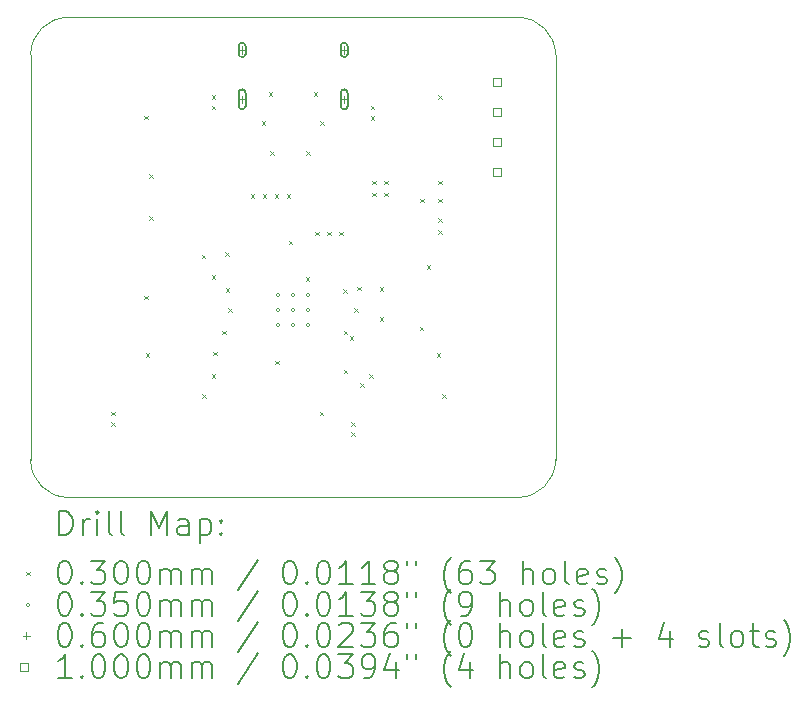
<source format=gbr>
%TF.GenerationSoftware,KiCad,Pcbnew,7.0.1*%
%TF.CreationDate,2023-05-12T00:48:10+01:00*%
%TF.ProjectId,MoonPad,4d6f6f6e-5061-4642-9e6b-696361645f70,rev?*%
%TF.SameCoordinates,Original*%
%TF.FileFunction,Drillmap*%
%TF.FilePolarity,Positive*%
%FSLAX45Y45*%
G04 Gerber Fmt 4.5, Leading zero omitted, Abs format (unit mm)*
G04 Created by KiCad (PCBNEW 7.0.1) date 2023-05-12 00:48:10*
%MOMM*%
%LPD*%
G01*
G04 APERTURE LIST*
%ADD10C,0.100000*%
%ADD11C,0.200000*%
%ADD12C,0.030000*%
%ADD13C,0.035000*%
%ADD14C,0.060000*%
G04 APERTURE END LIST*
D10*
X19685000Y-11747500D02*
G75*
G03*
X20002500Y-11430000I0J317500D01*
G01*
X15557500Y-8001000D02*
X15557500Y-11430000D01*
X15875000Y-11747500D02*
X19685000Y-11747500D01*
X15557500Y-11430000D02*
G75*
G03*
X15875000Y-11747500I317500J0D01*
G01*
X19685000Y-7683500D02*
X15875000Y-7683500D01*
X15875000Y-7683500D02*
G75*
G03*
X15557500Y-8001000I0J-317500D01*
G01*
X20002500Y-8001000D02*
G75*
G03*
X19685000Y-7683500I-317500J0D01*
G01*
X20002500Y-8001000D02*
X20002500Y-11430000D01*
D11*
D12*
X16241000Y-11021300D02*
X16271000Y-11051300D01*
X16271000Y-11021300D02*
X16241000Y-11051300D01*
X16241000Y-11110200D02*
X16271000Y-11140200D01*
X16271000Y-11110200D02*
X16241000Y-11140200D01*
X16521800Y-8518000D02*
X16551800Y-8548000D01*
X16551800Y-8518000D02*
X16521800Y-8548000D01*
X16521800Y-10042000D02*
X16551800Y-10072000D01*
X16551800Y-10042000D02*
X16521800Y-10072000D01*
X16533100Y-10526000D02*
X16563100Y-10556000D01*
X16563100Y-10526000D02*
X16533100Y-10556000D01*
X16562110Y-9012200D02*
X16592110Y-9042200D01*
X16592110Y-9012200D02*
X16562110Y-9042200D01*
X16562110Y-9367800D02*
X16592110Y-9397800D01*
X16592110Y-9367800D02*
X16562110Y-9397800D01*
X17006310Y-9692513D02*
X17036310Y-9722513D01*
X17036310Y-9692513D02*
X17006310Y-9722513D01*
X17009000Y-10874414D02*
X17039000Y-10904414D01*
X17039000Y-10874414D02*
X17009000Y-10904414D01*
X17091900Y-8341600D02*
X17121900Y-8371600D01*
X17121900Y-8341600D02*
X17091900Y-8371600D01*
X17091900Y-8430500D02*
X17121900Y-8460500D01*
X17121900Y-8430500D02*
X17091900Y-8460500D01*
X17091900Y-9865600D02*
X17121900Y-9895600D01*
X17121900Y-9865600D02*
X17091900Y-9895600D01*
X17091900Y-10703800D02*
X17121900Y-10733800D01*
X17121900Y-10703800D02*
X17091900Y-10733800D01*
X17104600Y-10513300D02*
X17134600Y-10543300D01*
X17134600Y-10513300D02*
X17104600Y-10543300D01*
X17180800Y-10335500D02*
X17210800Y-10365500D01*
X17210800Y-10335500D02*
X17180800Y-10365500D01*
X17206200Y-9672070D02*
X17236200Y-9702070D01*
X17236200Y-9672070D02*
X17206200Y-9702070D01*
X17209000Y-9977100D02*
X17239000Y-10007100D01*
X17239000Y-9977100D02*
X17209000Y-10007100D01*
X17231600Y-10145000D02*
X17261600Y-10175000D01*
X17261600Y-10145000D02*
X17231600Y-10175000D01*
X17422100Y-9179800D02*
X17452100Y-9209800D01*
X17452100Y-9179800D02*
X17422100Y-9209800D01*
X17516080Y-8562580D02*
X17546080Y-8592580D01*
X17546080Y-8562580D02*
X17516080Y-8592580D01*
X17523700Y-9179800D02*
X17553700Y-9209800D01*
X17553700Y-9179800D02*
X17523700Y-9209800D01*
X17574500Y-8316200D02*
X17604500Y-8346200D01*
X17604500Y-8316200D02*
X17574500Y-8346200D01*
X17587200Y-8816500D02*
X17617200Y-8846500D01*
X17617200Y-8816500D02*
X17587200Y-8846500D01*
X17625300Y-9179800D02*
X17655300Y-9209800D01*
X17655300Y-9179800D02*
X17625300Y-9209800D01*
X17628729Y-10592089D02*
X17658729Y-10622089D01*
X17658729Y-10592089D02*
X17628729Y-10622089D01*
X17726900Y-9179800D02*
X17756900Y-9209800D01*
X17756900Y-9179800D02*
X17726900Y-9209800D01*
X17745000Y-9573500D02*
X17775000Y-9603500D01*
X17775000Y-9573500D02*
X17745000Y-9603500D01*
X17885337Y-9882745D02*
X17915337Y-9912745D01*
X17915337Y-9882745D02*
X17885337Y-9912745D01*
X17892000Y-8816500D02*
X17922000Y-8846500D01*
X17922000Y-8816500D02*
X17892000Y-8846500D01*
X17955500Y-8316200D02*
X17985500Y-8346200D01*
X17985500Y-8316200D02*
X17955500Y-8346200D01*
X17968200Y-9497300D02*
X17998200Y-9527300D01*
X17998200Y-9497300D02*
X17968200Y-9527300D01*
X18006300Y-11021300D02*
X18036300Y-11051300D01*
X18036300Y-11021300D02*
X18006300Y-11051300D01*
X18011380Y-8562580D02*
X18041380Y-8592580D01*
X18041380Y-8562580D02*
X18011380Y-8592580D01*
X18069800Y-9497300D02*
X18099800Y-9527300D01*
X18099800Y-9497300D02*
X18069800Y-9527300D01*
X18171400Y-9497300D02*
X18201400Y-9527300D01*
X18201400Y-9497300D02*
X18171400Y-9527300D01*
X18202690Y-9984810D02*
X18232690Y-10014810D01*
X18232690Y-9984810D02*
X18202690Y-10014810D01*
X18209500Y-10335500D02*
X18239500Y-10365500D01*
X18239500Y-10335500D02*
X18209500Y-10365500D01*
X18209500Y-10665700D02*
X18239500Y-10695700D01*
X18239500Y-10665700D02*
X18209500Y-10695700D01*
X18260300Y-10385202D02*
X18290300Y-10415202D01*
X18290300Y-10385202D02*
X18260300Y-10415202D01*
X18273000Y-11110200D02*
X18303000Y-11140200D01*
X18303000Y-11110200D02*
X18273000Y-11140200D01*
X18273000Y-11195390D02*
X18303000Y-11225390D01*
X18303000Y-11195390D02*
X18273000Y-11225390D01*
X18298400Y-10147800D02*
X18328400Y-10177800D01*
X18328400Y-10147800D02*
X18298400Y-10177800D01*
X18321000Y-9964400D02*
X18351000Y-9994400D01*
X18351000Y-9964400D02*
X18321000Y-9994400D01*
X18349200Y-10780000D02*
X18379200Y-10810000D01*
X18379200Y-10780000D02*
X18349200Y-10810000D01*
X18425400Y-10703800D02*
X18455400Y-10733800D01*
X18455400Y-10703800D02*
X18425400Y-10733800D01*
X18438100Y-8430500D02*
X18468100Y-8460500D01*
X18468100Y-8430500D02*
X18438100Y-8460500D01*
X18438100Y-8519400D02*
X18468100Y-8549400D01*
X18468100Y-8519400D02*
X18438100Y-8549400D01*
X18450800Y-9065500D02*
X18480800Y-9095500D01*
X18480800Y-9065500D02*
X18450800Y-9095500D01*
X18450800Y-9167100D02*
X18480800Y-9197100D01*
X18480800Y-9167100D02*
X18450800Y-9197100D01*
X18514300Y-9967200D02*
X18544300Y-9997200D01*
X18544300Y-9967200D02*
X18514300Y-9997200D01*
X18514300Y-10221200D02*
X18544300Y-10251200D01*
X18544300Y-10221200D02*
X18514300Y-10251200D01*
X18552400Y-9167100D02*
X18582400Y-9197100D01*
X18582400Y-9167100D02*
X18552400Y-9197100D01*
X18552400Y-9065500D02*
X18582400Y-9095500D01*
X18582400Y-9065500D02*
X18552400Y-9095500D01*
X18852120Y-10302480D02*
X18882120Y-10332480D01*
X18882120Y-10302480D02*
X18852120Y-10332480D01*
X18857200Y-9217900D02*
X18887200Y-9247900D01*
X18887200Y-9217900D02*
X18857200Y-9247900D01*
X18911000Y-9779700D02*
X18941000Y-9809700D01*
X18941000Y-9779700D02*
X18911000Y-9809700D01*
X18996900Y-10526000D02*
X19026900Y-10556000D01*
X19026900Y-10526000D02*
X18996900Y-10556000D01*
X19008200Y-8343000D02*
X19038200Y-8373000D01*
X19038200Y-8343000D02*
X19008200Y-8373000D01*
X19009600Y-9217900D02*
X19039600Y-9247900D01*
X19039600Y-9217900D02*
X19009600Y-9247900D01*
X19009600Y-9484600D02*
X19039600Y-9514600D01*
X19039600Y-9484600D02*
X19009600Y-9514600D01*
X19009600Y-9065500D02*
X19039600Y-9095500D01*
X19039600Y-9065500D02*
X19009600Y-9095500D01*
X19009600Y-9383000D02*
X19039600Y-9413000D01*
X19039600Y-9383000D02*
X19009600Y-9413000D01*
X19041000Y-10874414D02*
X19071000Y-10904414D01*
X19071000Y-10874414D02*
X19041000Y-10904414D01*
D13*
X17670000Y-10032500D02*
G75*
G03*
X17670000Y-10032500I-17500J0D01*
G01*
X17670000Y-10160000D02*
G75*
G03*
X17670000Y-10160000I-17500J0D01*
G01*
X17670000Y-10287500D02*
G75*
G03*
X17670000Y-10287500I-17500J0D01*
G01*
X17797500Y-10032500D02*
G75*
G03*
X17797500Y-10032500I-17500J0D01*
G01*
X17797500Y-10160000D02*
G75*
G03*
X17797500Y-10160000I-17500J0D01*
G01*
X17797500Y-10287500D02*
G75*
G03*
X17797500Y-10287500I-17500J0D01*
G01*
X17925000Y-10032500D02*
G75*
G03*
X17925000Y-10032500I-17500J0D01*
G01*
X17925000Y-10160000D02*
G75*
G03*
X17925000Y-10160000I-17500J0D01*
G01*
X17925000Y-10287500D02*
G75*
G03*
X17925000Y-10287500I-17500J0D01*
G01*
D14*
X17348000Y-7929500D02*
X17348000Y-7989500D01*
X17318000Y-7959500D02*
X17378000Y-7959500D01*
D11*
X17378000Y-7989500D02*
X17378000Y-7929500D01*
X17378000Y-7929500D02*
G75*
G03*
X17318000Y-7929500I-30000J0D01*
G01*
X17318000Y-7929500D02*
X17318000Y-7989500D01*
X17318000Y-7989500D02*
G75*
G03*
X17378000Y-7989500I30000J0D01*
G01*
D14*
X17348000Y-8347500D02*
X17348000Y-8407500D01*
X17318000Y-8377500D02*
X17378000Y-8377500D01*
D11*
X17378000Y-8432500D02*
X17378000Y-8322500D01*
X17378000Y-8322500D02*
G75*
G03*
X17318000Y-8322500I-30000J0D01*
G01*
X17318000Y-8322500D02*
X17318000Y-8432500D01*
X17318000Y-8432500D02*
G75*
G03*
X17378000Y-8432500I30000J0D01*
G01*
D14*
X18212000Y-7929500D02*
X18212000Y-7989500D01*
X18182000Y-7959500D02*
X18242000Y-7959500D01*
D11*
X18242000Y-7989500D02*
X18242000Y-7929500D01*
X18242000Y-7929500D02*
G75*
G03*
X18182000Y-7929500I-30000J0D01*
G01*
X18182000Y-7929500D02*
X18182000Y-7989500D01*
X18182000Y-7989500D02*
G75*
G03*
X18242000Y-7989500I30000J0D01*
G01*
D14*
X18212000Y-8347500D02*
X18212000Y-8407500D01*
X18182000Y-8377500D02*
X18242000Y-8377500D01*
D11*
X18242000Y-8432500D02*
X18242000Y-8322500D01*
X18242000Y-8322500D02*
G75*
G03*
X18182000Y-8322500I-30000J0D01*
G01*
X18182000Y-8322500D02*
X18182000Y-8432500D01*
X18182000Y-8432500D02*
G75*
G03*
X18242000Y-8432500I30000J0D01*
G01*
D10*
X19542556Y-8263956D02*
X19542556Y-8193244D01*
X19471844Y-8193244D01*
X19471844Y-8263956D01*
X19542556Y-8263956D01*
X19542556Y-8517956D02*
X19542556Y-8447244D01*
X19471844Y-8447244D01*
X19471844Y-8517956D01*
X19542556Y-8517956D01*
X19542556Y-8771956D02*
X19542556Y-8701244D01*
X19471844Y-8701244D01*
X19471844Y-8771956D01*
X19542556Y-8771956D01*
X19542556Y-9025956D02*
X19542556Y-8955244D01*
X19471844Y-8955244D01*
X19471844Y-9025956D01*
X19542556Y-9025956D01*
D11*
X15800119Y-12065024D02*
X15800119Y-11865024D01*
X15800119Y-11865024D02*
X15847738Y-11865024D01*
X15847738Y-11865024D02*
X15876309Y-11874548D01*
X15876309Y-11874548D02*
X15895357Y-11893595D01*
X15895357Y-11893595D02*
X15904881Y-11912643D01*
X15904881Y-11912643D02*
X15914405Y-11950738D01*
X15914405Y-11950738D02*
X15914405Y-11979309D01*
X15914405Y-11979309D02*
X15904881Y-12017405D01*
X15904881Y-12017405D02*
X15895357Y-12036452D01*
X15895357Y-12036452D02*
X15876309Y-12055500D01*
X15876309Y-12055500D02*
X15847738Y-12065024D01*
X15847738Y-12065024D02*
X15800119Y-12065024D01*
X16000119Y-12065024D02*
X16000119Y-11931690D01*
X16000119Y-11969786D02*
X16009643Y-11950738D01*
X16009643Y-11950738D02*
X16019167Y-11941214D01*
X16019167Y-11941214D02*
X16038214Y-11931690D01*
X16038214Y-11931690D02*
X16057262Y-11931690D01*
X16123928Y-12065024D02*
X16123928Y-11931690D01*
X16123928Y-11865024D02*
X16114405Y-11874548D01*
X16114405Y-11874548D02*
X16123928Y-11884071D01*
X16123928Y-11884071D02*
X16133452Y-11874548D01*
X16133452Y-11874548D02*
X16123928Y-11865024D01*
X16123928Y-11865024D02*
X16123928Y-11884071D01*
X16247738Y-12065024D02*
X16228690Y-12055500D01*
X16228690Y-12055500D02*
X16219167Y-12036452D01*
X16219167Y-12036452D02*
X16219167Y-11865024D01*
X16352500Y-12065024D02*
X16333452Y-12055500D01*
X16333452Y-12055500D02*
X16323928Y-12036452D01*
X16323928Y-12036452D02*
X16323928Y-11865024D01*
X16581071Y-12065024D02*
X16581071Y-11865024D01*
X16581071Y-11865024D02*
X16647738Y-12007881D01*
X16647738Y-12007881D02*
X16714405Y-11865024D01*
X16714405Y-11865024D02*
X16714405Y-12065024D01*
X16895357Y-12065024D02*
X16895357Y-11960262D01*
X16895357Y-11960262D02*
X16885833Y-11941214D01*
X16885833Y-11941214D02*
X16866786Y-11931690D01*
X16866786Y-11931690D02*
X16828690Y-11931690D01*
X16828690Y-11931690D02*
X16809643Y-11941214D01*
X16895357Y-12055500D02*
X16876310Y-12065024D01*
X16876310Y-12065024D02*
X16828690Y-12065024D01*
X16828690Y-12065024D02*
X16809643Y-12055500D01*
X16809643Y-12055500D02*
X16800119Y-12036452D01*
X16800119Y-12036452D02*
X16800119Y-12017405D01*
X16800119Y-12017405D02*
X16809643Y-11998357D01*
X16809643Y-11998357D02*
X16828690Y-11988833D01*
X16828690Y-11988833D02*
X16876310Y-11988833D01*
X16876310Y-11988833D02*
X16895357Y-11979309D01*
X16990595Y-11931690D02*
X16990595Y-12131690D01*
X16990595Y-11941214D02*
X17009643Y-11931690D01*
X17009643Y-11931690D02*
X17047738Y-11931690D01*
X17047738Y-11931690D02*
X17066786Y-11941214D01*
X17066786Y-11941214D02*
X17076310Y-11950738D01*
X17076310Y-11950738D02*
X17085833Y-11969786D01*
X17085833Y-11969786D02*
X17085833Y-12026928D01*
X17085833Y-12026928D02*
X17076310Y-12045976D01*
X17076310Y-12045976D02*
X17066786Y-12055500D01*
X17066786Y-12055500D02*
X17047738Y-12065024D01*
X17047738Y-12065024D02*
X17009643Y-12065024D01*
X17009643Y-12065024D02*
X16990595Y-12055500D01*
X17171548Y-12045976D02*
X17181071Y-12055500D01*
X17181071Y-12055500D02*
X17171548Y-12065024D01*
X17171548Y-12065024D02*
X17162024Y-12055500D01*
X17162024Y-12055500D02*
X17171548Y-12045976D01*
X17171548Y-12045976D02*
X17171548Y-12065024D01*
X17171548Y-11941214D02*
X17181071Y-11950738D01*
X17181071Y-11950738D02*
X17171548Y-11960262D01*
X17171548Y-11960262D02*
X17162024Y-11950738D01*
X17162024Y-11950738D02*
X17171548Y-11941214D01*
X17171548Y-11941214D02*
X17171548Y-11960262D01*
D12*
X15522500Y-12377500D02*
X15552500Y-12407500D01*
X15552500Y-12377500D02*
X15522500Y-12407500D01*
D11*
X15838214Y-12285024D02*
X15857262Y-12285024D01*
X15857262Y-12285024D02*
X15876309Y-12294548D01*
X15876309Y-12294548D02*
X15885833Y-12304071D01*
X15885833Y-12304071D02*
X15895357Y-12323119D01*
X15895357Y-12323119D02*
X15904881Y-12361214D01*
X15904881Y-12361214D02*
X15904881Y-12408833D01*
X15904881Y-12408833D02*
X15895357Y-12446928D01*
X15895357Y-12446928D02*
X15885833Y-12465976D01*
X15885833Y-12465976D02*
X15876309Y-12475500D01*
X15876309Y-12475500D02*
X15857262Y-12485024D01*
X15857262Y-12485024D02*
X15838214Y-12485024D01*
X15838214Y-12485024D02*
X15819167Y-12475500D01*
X15819167Y-12475500D02*
X15809643Y-12465976D01*
X15809643Y-12465976D02*
X15800119Y-12446928D01*
X15800119Y-12446928D02*
X15790595Y-12408833D01*
X15790595Y-12408833D02*
X15790595Y-12361214D01*
X15790595Y-12361214D02*
X15800119Y-12323119D01*
X15800119Y-12323119D02*
X15809643Y-12304071D01*
X15809643Y-12304071D02*
X15819167Y-12294548D01*
X15819167Y-12294548D02*
X15838214Y-12285024D01*
X15990595Y-12465976D02*
X16000119Y-12475500D01*
X16000119Y-12475500D02*
X15990595Y-12485024D01*
X15990595Y-12485024D02*
X15981071Y-12475500D01*
X15981071Y-12475500D02*
X15990595Y-12465976D01*
X15990595Y-12465976D02*
X15990595Y-12485024D01*
X16066786Y-12285024D02*
X16190595Y-12285024D01*
X16190595Y-12285024D02*
X16123928Y-12361214D01*
X16123928Y-12361214D02*
X16152500Y-12361214D01*
X16152500Y-12361214D02*
X16171548Y-12370738D01*
X16171548Y-12370738D02*
X16181071Y-12380262D01*
X16181071Y-12380262D02*
X16190595Y-12399309D01*
X16190595Y-12399309D02*
X16190595Y-12446928D01*
X16190595Y-12446928D02*
X16181071Y-12465976D01*
X16181071Y-12465976D02*
X16171548Y-12475500D01*
X16171548Y-12475500D02*
X16152500Y-12485024D01*
X16152500Y-12485024D02*
X16095357Y-12485024D01*
X16095357Y-12485024D02*
X16076309Y-12475500D01*
X16076309Y-12475500D02*
X16066786Y-12465976D01*
X16314405Y-12285024D02*
X16333452Y-12285024D01*
X16333452Y-12285024D02*
X16352500Y-12294548D01*
X16352500Y-12294548D02*
X16362024Y-12304071D01*
X16362024Y-12304071D02*
X16371548Y-12323119D01*
X16371548Y-12323119D02*
X16381071Y-12361214D01*
X16381071Y-12361214D02*
X16381071Y-12408833D01*
X16381071Y-12408833D02*
X16371548Y-12446928D01*
X16371548Y-12446928D02*
X16362024Y-12465976D01*
X16362024Y-12465976D02*
X16352500Y-12475500D01*
X16352500Y-12475500D02*
X16333452Y-12485024D01*
X16333452Y-12485024D02*
X16314405Y-12485024D01*
X16314405Y-12485024D02*
X16295357Y-12475500D01*
X16295357Y-12475500D02*
X16285833Y-12465976D01*
X16285833Y-12465976D02*
X16276309Y-12446928D01*
X16276309Y-12446928D02*
X16266786Y-12408833D01*
X16266786Y-12408833D02*
X16266786Y-12361214D01*
X16266786Y-12361214D02*
X16276309Y-12323119D01*
X16276309Y-12323119D02*
X16285833Y-12304071D01*
X16285833Y-12304071D02*
X16295357Y-12294548D01*
X16295357Y-12294548D02*
X16314405Y-12285024D01*
X16504881Y-12285024D02*
X16523929Y-12285024D01*
X16523929Y-12285024D02*
X16542976Y-12294548D01*
X16542976Y-12294548D02*
X16552500Y-12304071D01*
X16552500Y-12304071D02*
X16562024Y-12323119D01*
X16562024Y-12323119D02*
X16571548Y-12361214D01*
X16571548Y-12361214D02*
X16571548Y-12408833D01*
X16571548Y-12408833D02*
X16562024Y-12446928D01*
X16562024Y-12446928D02*
X16552500Y-12465976D01*
X16552500Y-12465976D02*
X16542976Y-12475500D01*
X16542976Y-12475500D02*
X16523929Y-12485024D01*
X16523929Y-12485024D02*
X16504881Y-12485024D01*
X16504881Y-12485024D02*
X16485833Y-12475500D01*
X16485833Y-12475500D02*
X16476309Y-12465976D01*
X16476309Y-12465976D02*
X16466786Y-12446928D01*
X16466786Y-12446928D02*
X16457262Y-12408833D01*
X16457262Y-12408833D02*
X16457262Y-12361214D01*
X16457262Y-12361214D02*
X16466786Y-12323119D01*
X16466786Y-12323119D02*
X16476309Y-12304071D01*
X16476309Y-12304071D02*
X16485833Y-12294548D01*
X16485833Y-12294548D02*
X16504881Y-12285024D01*
X16657262Y-12485024D02*
X16657262Y-12351690D01*
X16657262Y-12370738D02*
X16666786Y-12361214D01*
X16666786Y-12361214D02*
X16685833Y-12351690D01*
X16685833Y-12351690D02*
X16714405Y-12351690D01*
X16714405Y-12351690D02*
X16733452Y-12361214D01*
X16733452Y-12361214D02*
X16742976Y-12380262D01*
X16742976Y-12380262D02*
X16742976Y-12485024D01*
X16742976Y-12380262D02*
X16752500Y-12361214D01*
X16752500Y-12361214D02*
X16771548Y-12351690D01*
X16771548Y-12351690D02*
X16800119Y-12351690D01*
X16800119Y-12351690D02*
X16819167Y-12361214D01*
X16819167Y-12361214D02*
X16828691Y-12380262D01*
X16828691Y-12380262D02*
X16828691Y-12485024D01*
X16923929Y-12485024D02*
X16923929Y-12351690D01*
X16923929Y-12370738D02*
X16933452Y-12361214D01*
X16933452Y-12361214D02*
X16952500Y-12351690D01*
X16952500Y-12351690D02*
X16981072Y-12351690D01*
X16981072Y-12351690D02*
X17000119Y-12361214D01*
X17000119Y-12361214D02*
X17009643Y-12380262D01*
X17009643Y-12380262D02*
X17009643Y-12485024D01*
X17009643Y-12380262D02*
X17019167Y-12361214D01*
X17019167Y-12361214D02*
X17038214Y-12351690D01*
X17038214Y-12351690D02*
X17066786Y-12351690D01*
X17066786Y-12351690D02*
X17085833Y-12361214D01*
X17085833Y-12361214D02*
X17095357Y-12380262D01*
X17095357Y-12380262D02*
X17095357Y-12485024D01*
X17485833Y-12275500D02*
X17314405Y-12532643D01*
X17742976Y-12285024D02*
X17762024Y-12285024D01*
X17762024Y-12285024D02*
X17781072Y-12294548D01*
X17781072Y-12294548D02*
X17790595Y-12304071D01*
X17790595Y-12304071D02*
X17800119Y-12323119D01*
X17800119Y-12323119D02*
X17809643Y-12361214D01*
X17809643Y-12361214D02*
X17809643Y-12408833D01*
X17809643Y-12408833D02*
X17800119Y-12446928D01*
X17800119Y-12446928D02*
X17790595Y-12465976D01*
X17790595Y-12465976D02*
X17781072Y-12475500D01*
X17781072Y-12475500D02*
X17762024Y-12485024D01*
X17762024Y-12485024D02*
X17742976Y-12485024D01*
X17742976Y-12485024D02*
X17723929Y-12475500D01*
X17723929Y-12475500D02*
X17714405Y-12465976D01*
X17714405Y-12465976D02*
X17704881Y-12446928D01*
X17704881Y-12446928D02*
X17695357Y-12408833D01*
X17695357Y-12408833D02*
X17695357Y-12361214D01*
X17695357Y-12361214D02*
X17704881Y-12323119D01*
X17704881Y-12323119D02*
X17714405Y-12304071D01*
X17714405Y-12304071D02*
X17723929Y-12294548D01*
X17723929Y-12294548D02*
X17742976Y-12285024D01*
X17895357Y-12465976D02*
X17904881Y-12475500D01*
X17904881Y-12475500D02*
X17895357Y-12485024D01*
X17895357Y-12485024D02*
X17885834Y-12475500D01*
X17885834Y-12475500D02*
X17895357Y-12465976D01*
X17895357Y-12465976D02*
X17895357Y-12485024D01*
X18028691Y-12285024D02*
X18047738Y-12285024D01*
X18047738Y-12285024D02*
X18066786Y-12294548D01*
X18066786Y-12294548D02*
X18076310Y-12304071D01*
X18076310Y-12304071D02*
X18085834Y-12323119D01*
X18085834Y-12323119D02*
X18095357Y-12361214D01*
X18095357Y-12361214D02*
X18095357Y-12408833D01*
X18095357Y-12408833D02*
X18085834Y-12446928D01*
X18085834Y-12446928D02*
X18076310Y-12465976D01*
X18076310Y-12465976D02*
X18066786Y-12475500D01*
X18066786Y-12475500D02*
X18047738Y-12485024D01*
X18047738Y-12485024D02*
X18028691Y-12485024D01*
X18028691Y-12485024D02*
X18009643Y-12475500D01*
X18009643Y-12475500D02*
X18000119Y-12465976D01*
X18000119Y-12465976D02*
X17990595Y-12446928D01*
X17990595Y-12446928D02*
X17981072Y-12408833D01*
X17981072Y-12408833D02*
X17981072Y-12361214D01*
X17981072Y-12361214D02*
X17990595Y-12323119D01*
X17990595Y-12323119D02*
X18000119Y-12304071D01*
X18000119Y-12304071D02*
X18009643Y-12294548D01*
X18009643Y-12294548D02*
X18028691Y-12285024D01*
X18285834Y-12485024D02*
X18171548Y-12485024D01*
X18228691Y-12485024D02*
X18228691Y-12285024D01*
X18228691Y-12285024D02*
X18209643Y-12313595D01*
X18209643Y-12313595D02*
X18190595Y-12332643D01*
X18190595Y-12332643D02*
X18171548Y-12342167D01*
X18476310Y-12485024D02*
X18362024Y-12485024D01*
X18419167Y-12485024D02*
X18419167Y-12285024D01*
X18419167Y-12285024D02*
X18400119Y-12313595D01*
X18400119Y-12313595D02*
X18381072Y-12332643D01*
X18381072Y-12332643D02*
X18362024Y-12342167D01*
X18590595Y-12370738D02*
X18571548Y-12361214D01*
X18571548Y-12361214D02*
X18562024Y-12351690D01*
X18562024Y-12351690D02*
X18552500Y-12332643D01*
X18552500Y-12332643D02*
X18552500Y-12323119D01*
X18552500Y-12323119D02*
X18562024Y-12304071D01*
X18562024Y-12304071D02*
X18571548Y-12294548D01*
X18571548Y-12294548D02*
X18590595Y-12285024D01*
X18590595Y-12285024D02*
X18628691Y-12285024D01*
X18628691Y-12285024D02*
X18647738Y-12294548D01*
X18647738Y-12294548D02*
X18657262Y-12304071D01*
X18657262Y-12304071D02*
X18666786Y-12323119D01*
X18666786Y-12323119D02*
X18666786Y-12332643D01*
X18666786Y-12332643D02*
X18657262Y-12351690D01*
X18657262Y-12351690D02*
X18647738Y-12361214D01*
X18647738Y-12361214D02*
X18628691Y-12370738D01*
X18628691Y-12370738D02*
X18590595Y-12370738D01*
X18590595Y-12370738D02*
X18571548Y-12380262D01*
X18571548Y-12380262D02*
X18562024Y-12389786D01*
X18562024Y-12389786D02*
X18552500Y-12408833D01*
X18552500Y-12408833D02*
X18552500Y-12446928D01*
X18552500Y-12446928D02*
X18562024Y-12465976D01*
X18562024Y-12465976D02*
X18571548Y-12475500D01*
X18571548Y-12475500D02*
X18590595Y-12485024D01*
X18590595Y-12485024D02*
X18628691Y-12485024D01*
X18628691Y-12485024D02*
X18647738Y-12475500D01*
X18647738Y-12475500D02*
X18657262Y-12465976D01*
X18657262Y-12465976D02*
X18666786Y-12446928D01*
X18666786Y-12446928D02*
X18666786Y-12408833D01*
X18666786Y-12408833D02*
X18657262Y-12389786D01*
X18657262Y-12389786D02*
X18647738Y-12380262D01*
X18647738Y-12380262D02*
X18628691Y-12370738D01*
X18742976Y-12285024D02*
X18742976Y-12323119D01*
X18819167Y-12285024D02*
X18819167Y-12323119D01*
X19114405Y-12561214D02*
X19104881Y-12551690D01*
X19104881Y-12551690D02*
X19085834Y-12523119D01*
X19085834Y-12523119D02*
X19076310Y-12504071D01*
X19076310Y-12504071D02*
X19066786Y-12475500D01*
X19066786Y-12475500D02*
X19057262Y-12427881D01*
X19057262Y-12427881D02*
X19057262Y-12389786D01*
X19057262Y-12389786D02*
X19066786Y-12342167D01*
X19066786Y-12342167D02*
X19076310Y-12313595D01*
X19076310Y-12313595D02*
X19085834Y-12294548D01*
X19085834Y-12294548D02*
X19104881Y-12265976D01*
X19104881Y-12265976D02*
X19114405Y-12256452D01*
X19276310Y-12285024D02*
X19238215Y-12285024D01*
X19238215Y-12285024D02*
X19219167Y-12294548D01*
X19219167Y-12294548D02*
X19209643Y-12304071D01*
X19209643Y-12304071D02*
X19190596Y-12332643D01*
X19190596Y-12332643D02*
X19181072Y-12370738D01*
X19181072Y-12370738D02*
X19181072Y-12446928D01*
X19181072Y-12446928D02*
X19190596Y-12465976D01*
X19190596Y-12465976D02*
X19200119Y-12475500D01*
X19200119Y-12475500D02*
X19219167Y-12485024D01*
X19219167Y-12485024D02*
X19257262Y-12485024D01*
X19257262Y-12485024D02*
X19276310Y-12475500D01*
X19276310Y-12475500D02*
X19285834Y-12465976D01*
X19285834Y-12465976D02*
X19295357Y-12446928D01*
X19295357Y-12446928D02*
X19295357Y-12399309D01*
X19295357Y-12399309D02*
X19285834Y-12380262D01*
X19285834Y-12380262D02*
X19276310Y-12370738D01*
X19276310Y-12370738D02*
X19257262Y-12361214D01*
X19257262Y-12361214D02*
X19219167Y-12361214D01*
X19219167Y-12361214D02*
X19200119Y-12370738D01*
X19200119Y-12370738D02*
X19190596Y-12380262D01*
X19190596Y-12380262D02*
X19181072Y-12399309D01*
X19362024Y-12285024D02*
X19485834Y-12285024D01*
X19485834Y-12285024D02*
X19419167Y-12361214D01*
X19419167Y-12361214D02*
X19447738Y-12361214D01*
X19447738Y-12361214D02*
X19466786Y-12370738D01*
X19466786Y-12370738D02*
X19476310Y-12380262D01*
X19476310Y-12380262D02*
X19485834Y-12399309D01*
X19485834Y-12399309D02*
X19485834Y-12446928D01*
X19485834Y-12446928D02*
X19476310Y-12465976D01*
X19476310Y-12465976D02*
X19466786Y-12475500D01*
X19466786Y-12475500D02*
X19447738Y-12485024D01*
X19447738Y-12485024D02*
X19390596Y-12485024D01*
X19390596Y-12485024D02*
X19371548Y-12475500D01*
X19371548Y-12475500D02*
X19362024Y-12465976D01*
X19723929Y-12485024D02*
X19723929Y-12285024D01*
X19809643Y-12485024D02*
X19809643Y-12380262D01*
X19809643Y-12380262D02*
X19800119Y-12361214D01*
X19800119Y-12361214D02*
X19781072Y-12351690D01*
X19781072Y-12351690D02*
X19752500Y-12351690D01*
X19752500Y-12351690D02*
X19733453Y-12361214D01*
X19733453Y-12361214D02*
X19723929Y-12370738D01*
X19933453Y-12485024D02*
X19914405Y-12475500D01*
X19914405Y-12475500D02*
X19904881Y-12465976D01*
X19904881Y-12465976D02*
X19895358Y-12446928D01*
X19895358Y-12446928D02*
X19895358Y-12389786D01*
X19895358Y-12389786D02*
X19904881Y-12370738D01*
X19904881Y-12370738D02*
X19914405Y-12361214D01*
X19914405Y-12361214D02*
X19933453Y-12351690D01*
X19933453Y-12351690D02*
X19962024Y-12351690D01*
X19962024Y-12351690D02*
X19981072Y-12361214D01*
X19981072Y-12361214D02*
X19990596Y-12370738D01*
X19990596Y-12370738D02*
X20000119Y-12389786D01*
X20000119Y-12389786D02*
X20000119Y-12446928D01*
X20000119Y-12446928D02*
X19990596Y-12465976D01*
X19990596Y-12465976D02*
X19981072Y-12475500D01*
X19981072Y-12475500D02*
X19962024Y-12485024D01*
X19962024Y-12485024D02*
X19933453Y-12485024D01*
X20114405Y-12485024D02*
X20095358Y-12475500D01*
X20095358Y-12475500D02*
X20085834Y-12456452D01*
X20085834Y-12456452D02*
X20085834Y-12285024D01*
X20266786Y-12475500D02*
X20247739Y-12485024D01*
X20247739Y-12485024D02*
X20209643Y-12485024D01*
X20209643Y-12485024D02*
X20190596Y-12475500D01*
X20190596Y-12475500D02*
X20181072Y-12456452D01*
X20181072Y-12456452D02*
X20181072Y-12380262D01*
X20181072Y-12380262D02*
X20190596Y-12361214D01*
X20190596Y-12361214D02*
X20209643Y-12351690D01*
X20209643Y-12351690D02*
X20247739Y-12351690D01*
X20247739Y-12351690D02*
X20266786Y-12361214D01*
X20266786Y-12361214D02*
X20276310Y-12380262D01*
X20276310Y-12380262D02*
X20276310Y-12399309D01*
X20276310Y-12399309D02*
X20181072Y-12418357D01*
X20352500Y-12475500D02*
X20371548Y-12485024D01*
X20371548Y-12485024D02*
X20409643Y-12485024D01*
X20409643Y-12485024D02*
X20428691Y-12475500D01*
X20428691Y-12475500D02*
X20438215Y-12456452D01*
X20438215Y-12456452D02*
X20438215Y-12446928D01*
X20438215Y-12446928D02*
X20428691Y-12427881D01*
X20428691Y-12427881D02*
X20409643Y-12418357D01*
X20409643Y-12418357D02*
X20381072Y-12418357D01*
X20381072Y-12418357D02*
X20362024Y-12408833D01*
X20362024Y-12408833D02*
X20352500Y-12389786D01*
X20352500Y-12389786D02*
X20352500Y-12380262D01*
X20352500Y-12380262D02*
X20362024Y-12361214D01*
X20362024Y-12361214D02*
X20381072Y-12351690D01*
X20381072Y-12351690D02*
X20409643Y-12351690D01*
X20409643Y-12351690D02*
X20428691Y-12361214D01*
X20504881Y-12561214D02*
X20514405Y-12551690D01*
X20514405Y-12551690D02*
X20533453Y-12523119D01*
X20533453Y-12523119D02*
X20542977Y-12504071D01*
X20542977Y-12504071D02*
X20552500Y-12475500D01*
X20552500Y-12475500D02*
X20562024Y-12427881D01*
X20562024Y-12427881D02*
X20562024Y-12389786D01*
X20562024Y-12389786D02*
X20552500Y-12342167D01*
X20552500Y-12342167D02*
X20542977Y-12313595D01*
X20542977Y-12313595D02*
X20533453Y-12294548D01*
X20533453Y-12294548D02*
X20514405Y-12265976D01*
X20514405Y-12265976D02*
X20504881Y-12256452D01*
D13*
X15552500Y-12656500D02*
G75*
G03*
X15552500Y-12656500I-17500J0D01*
G01*
D11*
X15838214Y-12549024D02*
X15857262Y-12549024D01*
X15857262Y-12549024D02*
X15876309Y-12558548D01*
X15876309Y-12558548D02*
X15885833Y-12568071D01*
X15885833Y-12568071D02*
X15895357Y-12587119D01*
X15895357Y-12587119D02*
X15904881Y-12625214D01*
X15904881Y-12625214D02*
X15904881Y-12672833D01*
X15904881Y-12672833D02*
X15895357Y-12710928D01*
X15895357Y-12710928D02*
X15885833Y-12729976D01*
X15885833Y-12729976D02*
X15876309Y-12739500D01*
X15876309Y-12739500D02*
X15857262Y-12749024D01*
X15857262Y-12749024D02*
X15838214Y-12749024D01*
X15838214Y-12749024D02*
X15819167Y-12739500D01*
X15819167Y-12739500D02*
X15809643Y-12729976D01*
X15809643Y-12729976D02*
X15800119Y-12710928D01*
X15800119Y-12710928D02*
X15790595Y-12672833D01*
X15790595Y-12672833D02*
X15790595Y-12625214D01*
X15790595Y-12625214D02*
X15800119Y-12587119D01*
X15800119Y-12587119D02*
X15809643Y-12568071D01*
X15809643Y-12568071D02*
X15819167Y-12558548D01*
X15819167Y-12558548D02*
X15838214Y-12549024D01*
X15990595Y-12729976D02*
X16000119Y-12739500D01*
X16000119Y-12739500D02*
X15990595Y-12749024D01*
X15990595Y-12749024D02*
X15981071Y-12739500D01*
X15981071Y-12739500D02*
X15990595Y-12729976D01*
X15990595Y-12729976D02*
X15990595Y-12749024D01*
X16066786Y-12549024D02*
X16190595Y-12549024D01*
X16190595Y-12549024D02*
X16123928Y-12625214D01*
X16123928Y-12625214D02*
X16152500Y-12625214D01*
X16152500Y-12625214D02*
X16171548Y-12634738D01*
X16171548Y-12634738D02*
X16181071Y-12644262D01*
X16181071Y-12644262D02*
X16190595Y-12663309D01*
X16190595Y-12663309D02*
X16190595Y-12710928D01*
X16190595Y-12710928D02*
X16181071Y-12729976D01*
X16181071Y-12729976D02*
X16171548Y-12739500D01*
X16171548Y-12739500D02*
X16152500Y-12749024D01*
X16152500Y-12749024D02*
X16095357Y-12749024D01*
X16095357Y-12749024D02*
X16076309Y-12739500D01*
X16076309Y-12739500D02*
X16066786Y-12729976D01*
X16371548Y-12549024D02*
X16276309Y-12549024D01*
X16276309Y-12549024D02*
X16266786Y-12644262D01*
X16266786Y-12644262D02*
X16276309Y-12634738D01*
X16276309Y-12634738D02*
X16295357Y-12625214D01*
X16295357Y-12625214D02*
X16342976Y-12625214D01*
X16342976Y-12625214D02*
X16362024Y-12634738D01*
X16362024Y-12634738D02*
X16371548Y-12644262D01*
X16371548Y-12644262D02*
X16381071Y-12663309D01*
X16381071Y-12663309D02*
X16381071Y-12710928D01*
X16381071Y-12710928D02*
X16371548Y-12729976D01*
X16371548Y-12729976D02*
X16362024Y-12739500D01*
X16362024Y-12739500D02*
X16342976Y-12749024D01*
X16342976Y-12749024D02*
X16295357Y-12749024D01*
X16295357Y-12749024D02*
X16276309Y-12739500D01*
X16276309Y-12739500D02*
X16266786Y-12729976D01*
X16504881Y-12549024D02*
X16523929Y-12549024D01*
X16523929Y-12549024D02*
X16542976Y-12558548D01*
X16542976Y-12558548D02*
X16552500Y-12568071D01*
X16552500Y-12568071D02*
X16562024Y-12587119D01*
X16562024Y-12587119D02*
X16571548Y-12625214D01*
X16571548Y-12625214D02*
X16571548Y-12672833D01*
X16571548Y-12672833D02*
X16562024Y-12710928D01*
X16562024Y-12710928D02*
X16552500Y-12729976D01*
X16552500Y-12729976D02*
X16542976Y-12739500D01*
X16542976Y-12739500D02*
X16523929Y-12749024D01*
X16523929Y-12749024D02*
X16504881Y-12749024D01*
X16504881Y-12749024D02*
X16485833Y-12739500D01*
X16485833Y-12739500D02*
X16476309Y-12729976D01*
X16476309Y-12729976D02*
X16466786Y-12710928D01*
X16466786Y-12710928D02*
X16457262Y-12672833D01*
X16457262Y-12672833D02*
X16457262Y-12625214D01*
X16457262Y-12625214D02*
X16466786Y-12587119D01*
X16466786Y-12587119D02*
X16476309Y-12568071D01*
X16476309Y-12568071D02*
X16485833Y-12558548D01*
X16485833Y-12558548D02*
X16504881Y-12549024D01*
X16657262Y-12749024D02*
X16657262Y-12615690D01*
X16657262Y-12634738D02*
X16666786Y-12625214D01*
X16666786Y-12625214D02*
X16685833Y-12615690D01*
X16685833Y-12615690D02*
X16714405Y-12615690D01*
X16714405Y-12615690D02*
X16733452Y-12625214D01*
X16733452Y-12625214D02*
X16742976Y-12644262D01*
X16742976Y-12644262D02*
X16742976Y-12749024D01*
X16742976Y-12644262D02*
X16752500Y-12625214D01*
X16752500Y-12625214D02*
X16771548Y-12615690D01*
X16771548Y-12615690D02*
X16800119Y-12615690D01*
X16800119Y-12615690D02*
X16819167Y-12625214D01*
X16819167Y-12625214D02*
X16828691Y-12644262D01*
X16828691Y-12644262D02*
X16828691Y-12749024D01*
X16923929Y-12749024D02*
X16923929Y-12615690D01*
X16923929Y-12634738D02*
X16933452Y-12625214D01*
X16933452Y-12625214D02*
X16952500Y-12615690D01*
X16952500Y-12615690D02*
X16981072Y-12615690D01*
X16981072Y-12615690D02*
X17000119Y-12625214D01*
X17000119Y-12625214D02*
X17009643Y-12644262D01*
X17009643Y-12644262D02*
X17009643Y-12749024D01*
X17009643Y-12644262D02*
X17019167Y-12625214D01*
X17019167Y-12625214D02*
X17038214Y-12615690D01*
X17038214Y-12615690D02*
X17066786Y-12615690D01*
X17066786Y-12615690D02*
X17085833Y-12625214D01*
X17085833Y-12625214D02*
X17095357Y-12644262D01*
X17095357Y-12644262D02*
X17095357Y-12749024D01*
X17485833Y-12539500D02*
X17314405Y-12796643D01*
X17742976Y-12549024D02*
X17762024Y-12549024D01*
X17762024Y-12549024D02*
X17781072Y-12558548D01*
X17781072Y-12558548D02*
X17790595Y-12568071D01*
X17790595Y-12568071D02*
X17800119Y-12587119D01*
X17800119Y-12587119D02*
X17809643Y-12625214D01*
X17809643Y-12625214D02*
X17809643Y-12672833D01*
X17809643Y-12672833D02*
X17800119Y-12710928D01*
X17800119Y-12710928D02*
X17790595Y-12729976D01*
X17790595Y-12729976D02*
X17781072Y-12739500D01*
X17781072Y-12739500D02*
X17762024Y-12749024D01*
X17762024Y-12749024D02*
X17742976Y-12749024D01*
X17742976Y-12749024D02*
X17723929Y-12739500D01*
X17723929Y-12739500D02*
X17714405Y-12729976D01*
X17714405Y-12729976D02*
X17704881Y-12710928D01*
X17704881Y-12710928D02*
X17695357Y-12672833D01*
X17695357Y-12672833D02*
X17695357Y-12625214D01*
X17695357Y-12625214D02*
X17704881Y-12587119D01*
X17704881Y-12587119D02*
X17714405Y-12568071D01*
X17714405Y-12568071D02*
X17723929Y-12558548D01*
X17723929Y-12558548D02*
X17742976Y-12549024D01*
X17895357Y-12729976D02*
X17904881Y-12739500D01*
X17904881Y-12739500D02*
X17895357Y-12749024D01*
X17895357Y-12749024D02*
X17885834Y-12739500D01*
X17885834Y-12739500D02*
X17895357Y-12729976D01*
X17895357Y-12729976D02*
X17895357Y-12749024D01*
X18028691Y-12549024D02*
X18047738Y-12549024D01*
X18047738Y-12549024D02*
X18066786Y-12558548D01*
X18066786Y-12558548D02*
X18076310Y-12568071D01*
X18076310Y-12568071D02*
X18085834Y-12587119D01*
X18085834Y-12587119D02*
X18095357Y-12625214D01*
X18095357Y-12625214D02*
X18095357Y-12672833D01*
X18095357Y-12672833D02*
X18085834Y-12710928D01*
X18085834Y-12710928D02*
X18076310Y-12729976D01*
X18076310Y-12729976D02*
X18066786Y-12739500D01*
X18066786Y-12739500D02*
X18047738Y-12749024D01*
X18047738Y-12749024D02*
X18028691Y-12749024D01*
X18028691Y-12749024D02*
X18009643Y-12739500D01*
X18009643Y-12739500D02*
X18000119Y-12729976D01*
X18000119Y-12729976D02*
X17990595Y-12710928D01*
X17990595Y-12710928D02*
X17981072Y-12672833D01*
X17981072Y-12672833D02*
X17981072Y-12625214D01*
X17981072Y-12625214D02*
X17990595Y-12587119D01*
X17990595Y-12587119D02*
X18000119Y-12568071D01*
X18000119Y-12568071D02*
X18009643Y-12558548D01*
X18009643Y-12558548D02*
X18028691Y-12549024D01*
X18285834Y-12749024D02*
X18171548Y-12749024D01*
X18228691Y-12749024D02*
X18228691Y-12549024D01*
X18228691Y-12549024D02*
X18209643Y-12577595D01*
X18209643Y-12577595D02*
X18190595Y-12596643D01*
X18190595Y-12596643D02*
X18171548Y-12606167D01*
X18352500Y-12549024D02*
X18476310Y-12549024D01*
X18476310Y-12549024D02*
X18409643Y-12625214D01*
X18409643Y-12625214D02*
X18438215Y-12625214D01*
X18438215Y-12625214D02*
X18457262Y-12634738D01*
X18457262Y-12634738D02*
X18466786Y-12644262D01*
X18466786Y-12644262D02*
X18476310Y-12663309D01*
X18476310Y-12663309D02*
X18476310Y-12710928D01*
X18476310Y-12710928D02*
X18466786Y-12729976D01*
X18466786Y-12729976D02*
X18457262Y-12739500D01*
X18457262Y-12739500D02*
X18438215Y-12749024D01*
X18438215Y-12749024D02*
X18381072Y-12749024D01*
X18381072Y-12749024D02*
X18362024Y-12739500D01*
X18362024Y-12739500D02*
X18352500Y-12729976D01*
X18590595Y-12634738D02*
X18571548Y-12625214D01*
X18571548Y-12625214D02*
X18562024Y-12615690D01*
X18562024Y-12615690D02*
X18552500Y-12596643D01*
X18552500Y-12596643D02*
X18552500Y-12587119D01*
X18552500Y-12587119D02*
X18562024Y-12568071D01*
X18562024Y-12568071D02*
X18571548Y-12558548D01*
X18571548Y-12558548D02*
X18590595Y-12549024D01*
X18590595Y-12549024D02*
X18628691Y-12549024D01*
X18628691Y-12549024D02*
X18647738Y-12558548D01*
X18647738Y-12558548D02*
X18657262Y-12568071D01*
X18657262Y-12568071D02*
X18666786Y-12587119D01*
X18666786Y-12587119D02*
X18666786Y-12596643D01*
X18666786Y-12596643D02*
X18657262Y-12615690D01*
X18657262Y-12615690D02*
X18647738Y-12625214D01*
X18647738Y-12625214D02*
X18628691Y-12634738D01*
X18628691Y-12634738D02*
X18590595Y-12634738D01*
X18590595Y-12634738D02*
X18571548Y-12644262D01*
X18571548Y-12644262D02*
X18562024Y-12653786D01*
X18562024Y-12653786D02*
X18552500Y-12672833D01*
X18552500Y-12672833D02*
X18552500Y-12710928D01*
X18552500Y-12710928D02*
X18562024Y-12729976D01*
X18562024Y-12729976D02*
X18571548Y-12739500D01*
X18571548Y-12739500D02*
X18590595Y-12749024D01*
X18590595Y-12749024D02*
X18628691Y-12749024D01*
X18628691Y-12749024D02*
X18647738Y-12739500D01*
X18647738Y-12739500D02*
X18657262Y-12729976D01*
X18657262Y-12729976D02*
X18666786Y-12710928D01*
X18666786Y-12710928D02*
X18666786Y-12672833D01*
X18666786Y-12672833D02*
X18657262Y-12653786D01*
X18657262Y-12653786D02*
X18647738Y-12644262D01*
X18647738Y-12644262D02*
X18628691Y-12634738D01*
X18742976Y-12549024D02*
X18742976Y-12587119D01*
X18819167Y-12549024D02*
X18819167Y-12587119D01*
X19114405Y-12825214D02*
X19104881Y-12815690D01*
X19104881Y-12815690D02*
X19085834Y-12787119D01*
X19085834Y-12787119D02*
X19076310Y-12768071D01*
X19076310Y-12768071D02*
X19066786Y-12739500D01*
X19066786Y-12739500D02*
X19057262Y-12691881D01*
X19057262Y-12691881D02*
X19057262Y-12653786D01*
X19057262Y-12653786D02*
X19066786Y-12606167D01*
X19066786Y-12606167D02*
X19076310Y-12577595D01*
X19076310Y-12577595D02*
X19085834Y-12558548D01*
X19085834Y-12558548D02*
X19104881Y-12529976D01*
X19104881Y-12529976D02*
X19114405Y-12520452D01*
X19200119Y-12749024D02*
X19238215Y-12749024D01*
X19238215Y-12749024D02*
X19257262Y-12739500D01*
X19257262Y-12739500D02*
X19266786Y-12729976D01*
X19266786Y-12729976D02*
X19285834Y-12701405D01*
X19285834Y-12701405D02*
X19295357Y-12663309D01*
X19295357Y-12663309D02*
X19295357Y-12587119D01*
X19295357Y-12587119D02*
X19285834Y-12568071D01*
X19285834Y-12568071D02*
X19276310Y-12558548D01*
X19276310Y-12558548D02*
X19257262Y-12549024D01*
X19257262Y-12549024D02*
X19219167Y-12549024D01*
X19219167Y-12549024D02*
X19200119Y-12558548D01*
X19200119Y-12558548D02*
X19190596Y-12568071D01*
X19190596Y-12568071D02*
X19181072Y-12587119D01*
X19181072Y-12587119D02*
X19181072Y-12634738D01*
X19181072Y-12634738D02*
X19190596Y-12653786D01*
X19190596Y-12653786D02*
X19200119Y-12663309D01*
X19200119Y-12663309D02*
X19219167Y-12672833D01*
X19219167Y-12672833D02*
X19257262Y-12672833D01*
X19257262Y-12672833D02*
X19276310Y-12663309D01*
X19276310Y-12663309D02*
X19285834Y-12653786D01*
X19285834Y-12653786D02*
X19295357Y-12634738D01*
X19533453Y-12749024D02*
X19533453Y-12549024D01*
X19619167Y-12749024D02*
X19619167Y-12644262D01*
X19619167Y-12644262D02*
X19609643Y-12625214D01*
X19609643Y-12625214D02*
X19590596Y-12615690D01*
X19590596Y-12615690D02*
X19562024Y-12615690D01*
X19562024Y-12615690D02*
X19542977Y-12625214D01*
X19542977Y-12625214D02*
X19533453Y-12634738D01*
X19742977Y-12749024D02*
X19723929Y-12739500D01*
X19723929Y-12739500D02*
X19714405Y-12729976D01*
X19714405Y-12729976D02*
X19704881Y-12710928D01*
X19704881Y-12710928D02*
X19704881Y-12653786D01*
X19704881Y-12653786D02*
X19714405Y-12634738D01*
X19714405Y-12634738D02*
X19723929Y-12625214D01*
X19723929Y-12625214D02*
X19742977Y-12615690D01*
X19742977Y-12615690D02*
X19771548Y-12615690D01*
X19771548Y-12615690D02*
X19790596Y-12625214D01*
X19790596Y-12625214D02*
X19800119Y-12634738D01*
X19800119Y-12634738D02*
X19809643Y-12653786D01*
X19809643Y-12653786D02*
X19809643Y-12710928D01*
X19809643Y-12710928D02*
X19800119Y-12729976D01*
X19800119Y-12729976D02*
X19790596Y-12739500D01*
X19790596Y-12739500D02*
X19771548Y-12749024D01*
X19771548Y-12749024D02*
X19742977Y-12749024D01*
X19923929Y-12749024D02*
X19904881Y-12739500D01*
X19904881Y-12739500D02*
X19895358Y-12720452D01*
X19895358Y-12720452D02*
X19895358Y-12549024D01*
X20076310Y-12739500D02*
X20057262Y-12749024D01*
X20057262Y-12749024D02*
X20019167Y-12749024D01*
X20019167Y-12749024D02*
X20000119Y-12739500D01*
X20000119Y-12739500D02*
X19990596Y-12720452D01*
X19990596Y-12720452D02*
X19990596Y-12644262D01*
X19990596Y-12644262D02*
X20000119Y-12625214D01*
X20000119Y-12625214D02*
X20019167Y-12615690D01*
X20019167Y-12615690D02*
X20057262Y-12615690D01*
X20057262Y-12615690D02*
X20076310Y-12625214D01*
X20076310Y-12625214D02*
X20085834Y-12644262D01*
X20085834Y-12644262D02*
X20085834Y-12663309D01*
X20085834Y-12663309D02*
X19990596Y-12682357D01*
X20162024Y-12739500D02*
X20181072Y-12749024D01*
X20181072Y-12749024D02*
X20219167Y-12749024D01*
X20219167Y-12749024D02*
X20238215Y-12739500D01*
X20238215Y-12739500D02*
X20247739Y-12720452D01*
X20247739Y-12720452D02*
X20247739Y-12710928D01*
X20247739Y-12710928D02*
X20238215Y-12691881D01*
X20238215Y-12691881D02*
X20219167Y-12682357D01*
X20219167Y-12682357D02*
X20190596Y-12682357D01*
X20190596Y-12682357D02*
X20171548Y-12672833D01*
X20171548Y-12672833D02*
X20162024Y-12653786D01*
X20162024Y-12653786D02*
X20162024Y-12644262D01*
X20162024Y-12644262D02*
X20171548Y-12625214D01*
X20171548Y-12625214D02*
X20190596Y-12615690D01*
X20190596Y-12615690D02*
X20219167Y-12615690D01*
X20219167Y-12615690D02*
X20238215Y-12625214D01*
X20314405Y-12825214D02*
X20323929Y-12815690D01*
X20323929Y-12815690D02*
X20342977Y-12787119D01*
X20342977Y-12787119D02*
X20352500Y-12768071D01*
X20352500Y-12768071D02*
X20362024Y-12739500D01*
X20362024Y-12739500D02*
X20371548Y-12691881D01*
X20371548Y-12691881D02*
X20371548Y-12653786D01*
X20371548Y-12653786D02*
X20362024Y-12606167D01*
X20362024Y-12606167D02*
X20352500Y-12577595D01*
X20352500Y-12577595D02*
X20342977Y-12558548D01*
X20342977Y-12558548D02*
X20323929Y-12529976D01*
X20323929Y-12529976D02*
X20314405Y-12520452D01*
D14*
X15522500Y-12890500D02*
X15522500Y-12950500D01*
X15492500Y-12920500D02*
X15552500Y-12920500D01*
D11*
X15838214Y-12813024D02*
X15857262Y-12813024D01*
X15857262Y-12813024D02*
X15876309Y-12822548D01*
X15876309Y-12822548D02*
X15885833Y-12832071D01*
X15885833Y-12832071D02*
X15895357Y-12851119D01*
X15895357Y-12851119D02*
X15904881Y-12889214D01*
X15904881Y-12889214D02*
X15904881Y-12936833D01*
X15904881Y-12936833D02*
X15895357Y-12974928D01*
X15895357Y-12974928D02*
X15885833Y-12993976D01*
X15885833Y-12993976D02*
X15876309Y-13003500D01*
X15876309Y-13003500D02*
X15857262Y-13013024D01*
X15857262Y-13013024D02*
X15838214Y-13013024D01*
X15838214Y-13013024D02*
X15819167Y-13003500D01*
X15819167Y-13003500D02*
X15809643Y-12993976D01*
X15809643Y-12993976D02*
X15800119Y-12974928D01*
X15800119Y-12974928D02*
X15790595Y-12936833D01*
X15790595Y-12936833D02*
X15790595Y-12889214D01*
X15790595Y-12889214D02*
X15800119Y-12851119D01*
X15800119Y-12851119D02*
X15809643Y-12832071D01*
X15809643Y-12832071D02*
X15819167Y-12822548D01*
X15819167Y-12822548D02*
X15838214Y-12813024D01*
X15990595Y-12993976D02*
X16000119Y-13003500D01*
X16000119Y-13003500D02*
X15990595Y-13013024D01*
X15990595Y-13013024D02*
X15981071Y-13003500D01*
X15981071Y-13003500D02*
X15990595Y-12993976D01*
X15990595Y-12993976D02*
X15990595Y-13013024D01*
X16171548Y-12813024D02*
X16133452Y-12813024D01*
X16133452Y-12813024D02*
X16114405Y-12822548D01*
X16114405Y-12822548D02*
X16104881Y-12832071D01*
X16104881Y-12832071D02*
X16085833Y-12860643D01*
X16085833Y-12860643D02*
X16076309Y-12898738D01*
X16076309Y-12898738D02*
X16076309Y-12974928D01*
X16076309Y-12974928D02*
X16085833Y-12993976D01*
X16085833Y-12993976D02*
X16095357Y-13003500D01*
X16095357Y-13003500D02*
X16114405Y-13013024D01*
X16114405Y-13013024D02*
X16152500Y-13013024D01*
X16152500Y-13013024D02*
X16171548Y-13003500D01*
X16171548Y-13003500D02*
X16181071Y-12993976D01*
X16181071Y-12993976D02*
X16190595Y-12974928D01*
X16190595Y-12974928D02*
X16190595Y-12927309D01*
X16190595Y-12927309D02*
X16181071Y-12908262D01*
X16181071Y-12908262D02*
X16171548Y-12898738D01*
X16171548Y-12898738D02*
X16152500Y-12889214D01*
X16152500Y-12889214D02*
X16114405Y-12889214D01*
X16114405Y-12889214D02*
X16095357Y-12898738D01*
X16095357Y-12898738D02*
X16085833Y-12908262D01*
X16085833Y-12908262D02*
X16076309Y-12927309D01*
X16314405Y-12813024D02*
X16333452Y-12813024D01*
X16333452Y-12813024D02*
X16352500Y-12822548D01*
X16352500Y-12822548D02*
X16362024Y-12832071D01*
X16362024Y-12832071D02*
X16371548Y-12851119D01*
X16371548Y-12851119D02*
X16381071Y-12889214D01*
X16381071Y-12889214D02*
X16381071Y-12936833D01*
X16381071Y-12936833D02*
X16371548Y-12974928D01*
X16371548Y-12974928D02*
X16362024Y-12993976D01*
X16362024Y-12993976D02*
X16352500Y-13003500D01*
X16352500Y-13003500D02*
X16333452Y-13013024D01*
X16333452Y-13013024D02*
X16314405Y-13013024D01*
X16314405Y-13013024D02*
X16295357Y-13003500D01*
X16295357Y-13003500D02*
X16285833Y-12993976D01*
X16285833Y-12993976D02*
X16276309Y-12974928D01*
X16276309Y-12974928D02*
X16266786Y-12936833D01*
X16266786Y-12936833D02*
X16266786Y-12889214D01*
X16266786Y-12889214D02*
X16276309Y-12851119D01*
X16276309Y-12851119D02*
X16285833Y-12832071D01*
X16285833Y-12832071D02*
X16295357Y-12822548D01*
X16295357Y-12822548D02*
X16314405Y-12813024D01*
X16504881Y-12813024D02*
X16523929Y-12813024D01*
X16523929Y-12813024D02*
X16542976Y-12822548D01*
X16542976Y-12822548D02*
X16552500Y-12832071D01*
X16552500Y-12832071D02*
X16562024Y-12851119D01*
X16562024Y-12851119D02*
X16571548Y-12889214D01*
X16571548Y-12889214D02*
X16571548Y-12936833D01*
X16571548Y-12936833D02*
X16562024Y-12974928D01*
X16562024Y-12974928D02*
X16552500Y-12993976D01*
X16552500Y-12993976D02*
X16542976Y-13003500D01*
X16542976Y-13003500D02*
X16523929Y-13013024D01*
X16523929Y-13013024D02*
X16504881Y-13013024D01*
X16504881Y-13013024D02*
X16485833Y-13003500D01*
X16485833Y-13003500D02*
X16476309Y-12993976D01*
X16476309Y-12993976D02*
X16466786Y-12974928D01*
X16466786Y-12974928D02*
X16457262Y-12936833D01*
X16457262Y-12936833D02*
X16457262Y-12889214D01*
X16457262Y-12889214D02*
X16466786Y-12851119D01*
X16466786Y-12851119D02*
X16476309Y-12832071D01*
X16476309Y-12832071D02*
X16485833Y-12822548D01*
X16485833Y-12822548D02*
X16504881Y-12813024D01*
X16657262Y-13013024D02*
X16657262Y-12879690D01*
X16657262Y-12898738D02*
X16666786Y-12889214D01*
X16666786Y-12889214D02*
X16685833Y-12879690D01*
X16685833Y-12879690D02*
X16714405Y-12879690D01*
X16714405Y-12879690D02*
X16733452Y-12889214D01*
X16733452Y-12889214D02*
X16742976Y-12908262D01*
X16742976Y-12908262D02*
X16742976Y-13013024D01*
X16742976Y-12908262D02*
X16752500Y-12889214D01*
X16752500Y-12889214D02*
X16771548Y-12879690D01*
X16771548Y-12879690D02*
X16800119Y-12879690D01*
X16800119Y-12879690D02*
X16819167Y-12889214D01*
X16819167Y-12889214D02*
X16828691Y-12908262D01*
X16828691Y-12908262D02*
X16828691Y-13013024D01*
X16923929Y-13013024D02*
X16923929Y-12879690D01*
X16923929Y-12898738D02*
X16933452Y-12889214D01*
X16933452Y-12889214D02*
X16952500Y-12879690D01*
X16952500Y-12879690D02*
X16981072Y-12879690D01*
X16981072Y-12879690D02*
X17000119Y-12889214D01*
X17000119Y-12889214D02*
X17009643Y-12908262D01*
X17009643Y-12908262D02*
X17009643Y-13013024D01*
X17009643Y-12908262D02*
X17019167Y-12889214D01*
X17019167Y-12889214D02*
X17038214Y-12879690D01*
X17038214Y-12879690D02*
X17066786Y-12879690D01*
X17066786Y-12879690D02*
X17085833Y-12889214D01*
X17085833Y-12889214D02*
X17095357Y-12908262D01*
X17095357Y-12908262D02*
X17095357Y-13013024D01*
X17485833Y-12803500D02*
X17314405Y-13060643D01*
X17742976Y-12813024D02*
X17762024Y-12813024D01*
X17762024Y-12813024D02*
X17781072Y-12822548D01*
X17781072Y-12822548D02*
X17790595Y-12832071D01*
X17790595Y-12832071D02*
X17800119Y-12851119D01*
X17800119Y-12851119D02*
X17809643Y-12889214D01*
X17809643Y-12889214D02*
X17809643Y-12936833D01*
X17809643Y-12936833D02*
X17800119Y-12974928D01*
X17800119Y-12974928D02*
X17790595Y-12993976D01*
X17790595Y-12993976D02*
X17781072Y-13003500D01*
X17781072Y-13003500D02*
X17762024Y-13013024D01*
X17762024Y-13013024D02*
X17742976Y-13013024D01*
X17742976Y-13013024D02*
X17723929Y-13003500D01*
X17723929Y-13003500D02*
X17714405Y-12993976D01*
X17714405Y-12993976D02*
X17704881Y-12974928D01*
X17704881Y-12974928D02*
X17695357Y-12936833D01*
X17695357Y-12936833D02*
X17695357Y-12889214D01*
X17695357Y-12889214D02*
X17704881Y-12851119D01*
X17704881Y-12851119D02*
X17714405Y-12832071D01*
X17714405Y-12832071D02*
X17723929Y-12822548D01*
X17723929Y-12822548D02*
X17742976Y-12813024D01*
X17895357Y-12993976D02*
X17904881Y-13003500D01*
X17904881Y-13003500D02*
X17895357Y-13013024D01*
X17895357Y-13013024D02*
X17885834Y-13003500D01*
X17885834Y-13003500D02*
X17895357Y-12993976D01*
X17895357Y-12993976D02*
X17895357Y-13013024D01*
X18028691Y-12813024D02*
X18047738Y-12813024D01*
X18047738Y-12813024D02*
X18066786Y-12822548D01*
X18066786Y-12822548D02*
X18076310Y-12832071D01*
X18076310Y-12832071D02*
X18085834Y-12851119D01*
X18085834Y-12851119D02*
X18095357Y-12889214D01*
X18095357Y-12889214D02*
X18095357Y-12936833D01*
X18095357Y-12936833D02*
X18085834Y-12974928D01*
X18085834Y-12974928D02*
X18076310Y-12993976D01*
X18076310Y-12993976D02*
X18066786Y-13003500D01*
X18066786Y-13003500D02*
X18047738Y-13013024D01*
X18047738Y-13013024D02*
X18028691Y-13013024D01*
X18028691Y-13013024D02*
X18009643Y-13003500D01*
X18009643Y-13003500D02*
X18000119Y-12993976D01*
X18000119Y-12993976D02*
X17990595Y-12974928D01*
X17990595Y-12974928D02*
X17981072Y-12936833D01*
X17981072Y-12936833D02*
X17981072Y-12889214D01*
X17981072Y-12889214D02*
X17990595Y-12851119D01*
X17990595Y-12851119D02*
X18000119Y-12832071D01*
X18000119Y-12832071D02*
X18009643Y-12822548D01*
X18009643Y-12822548D02*
X18028691Y-12813024D01*
X18171548Y-12832071D02*
X18181072Y-12822548D01*
X18181072Y-12822548D02*
X18200119Y-12813024D01*
X18200119Y-12813024D02*
X18247738Y-12813024D01*
X18247738Y-12813024D02*
X18266786Y-12822548D01*
X18266786Y-12822548D02*
X18276310Y-12832071D01*
X18276310Y-12832071D02*
X18285834Y-12851119D01*
X18285834Y-12851119D02*
X18285834Y-12870167D01*
X18285834Y-12870167D02*
X18276310Y-12898738D01*
X18276310Y-12898738D02*
X18162024Y-13013024D01*
X18162024Y-13013024D02*
X18285834Y-13013024D01*
X18352500Y-12813024D02*
X18476310Y-12813024D01*
X18476310Y-12813024D02*
X18409643Y-12889214D01*
X18409643Y-12889214D02*
X18438215Y-12889214D01*
X18438215Y-12889214D02*
X18457262Y-12898738D01*
X18457262Y-12898738D02*
X18466786Y-12908262D01*
X18466786Y-12908262D02*
X18476310Y-12927309D01*
X18476310Y-12927309D02*
X18476310Y-12974928D01*
X18476310Y-12974928D02*
X18466786Y-12993976D01*
X18466786Y-12993976D02*
X18457262Y-13003500D01*
X18457262Y-13003500D02*
X18438215Y-13013024D01*
X18438215Y-13013024D02*
X18381072Y-13013024D01*
X18381072Y-13013024D02*
X18362024Y-13003500D01*
X18362024Y-13003500D02*
X18352500Y-12993976D01*
X18647738Y-12813024D02*
X18609643Y-12813024D01*
X18609643Y-12813024D02*
X18590595Y-12822548D01*
X18590595Y-12822548D02*
X18581072Y-12832071D01*
X18581072Y-12832071D02*
X18562024Y-12860643D01*
X18562024Y-12860643D02*
X18552500Y-12898738D01*
X18552500Y-12898738D02*
X18552500Y-12974928D01*
X18552500Y-12974928D02*
X18562024Y-12993976D01*
X18562024Y-12993976D02*
X18571548Y-13003500D01*
X18571548Y-13003500D02*
X18590595Y-13013024D01*
X18590595Y-13013024D02*
X18628691Y-13013024D01*
X18628691Y-13013024D02*
X18647738Y-13003500D01*
X18647738Y-13003500D02*
X18657262Y-12993976D01*
X18657262Y-12993976D02*
X18666786Y-12974928D01*
X18666786Y-12974928D02*
X18666786Y-12927309D01*
X18666786Y-12927309D02*
X18657262Y-12908262D01*
X18657262Y-12908262D02*
X18647738Y-12898738D01*
X18647738Y-12898738D02*
X18628691Y-12889214D01*
X18628691Y-12889214D02*
X18590595Y-12889214D01*
X18590595Y-12889214D02*
X18571548Y-12898738D01*
X18571548Y-12898738D02*
X18562024Y-12908262D01*
X18562024Y-12908262D02*
X18552500Y-12927309D01*
X18742976Y-12813024D02*
X18742976Y-12851119D01*
X18819167Y-12813024D02*
X18819167Y-12851119D01*
X19114405Y-13089214D02*
X19104881Y-13079690D01*
X19104881Y-13079690D02*
X19085834Y-13051119D01*
X19085834Y-13051119D02*
X19076310Y-13032071D01*
X19076310Y-13032071D02*
X19066786Y-13003500D01*
X19066786Y-13003500D02*
X19057262Y-12955881D01*
X19057262Y-12955881D02*
X19057262Y-12917786D01*
X19057262Y-12917786D02*
X19066786Y-12870167D01*
X19066786Y-12870167D02*
X19076310Y-12841595D01*
X19076310Y-12841595D02*
X19085834Y-12822548D01*
X19085834Y-12822548D02*
X19104881Y-12793976D01*
X19104881Y-12793976D02*
X19114405Y-12784452D01*
X19228691Y-12813024D02*
X19247738Y-12813024D01*
X19247738Y-12813024D02*
X19266786Y-12822548D01*
X19266786Y-12822548D02*
X19276310Y-12832071D01*
X19276310Y-12832071D02*
X19285834Y-12851119D01*
X19285834Y-12851119D02*
X19295357Y-12889214D01*
X19295357Y-12889214D02*
X19295357Y-12936833D01*
X19295357Y-12936833D02*
X19285834Y-12974928D01*
X19285834Y-12974928D02*
X19276310Y-12993976D01*
X19276310Y-12993976D02*
X19266786Y-13003500D01*
X19266786Y-13003500D02*
X19247738Y-13013024D01*
X19247738Y-13013024D02*
X19228691Y-13013024D01*
X19228691Y-13013024D02*
X19209643Y-13003500D01*
X19209643Y-13003500D02*
X19200119Y-12993976D01*
X19200119Y-12993976D02*
X19190596Y-12974928D01*
X19190596Y-12974928D02*
X19181072Y-12936833D01*
X19181072Y-12936833D02*
X19181072Y-12889214D01*
X19181072Y-12889214D02*
X19190596Y-12851119D01*
X19190596Y-12851119D02*
X19200119Y-12832071D01*
X19200119Y-12832071D02*
X19209643Y-12822548D01*
X19209643Y-12822548D02*
X19228691Y-12813024D01*
X19533453Y-13013024D02*
X19533453Y-12813024D01*
X19619167Y-13013024D02*
X19619167Y-12908262D01*
X19619167Y-12908262D02*
X19609643Y-12889214D01*
X19609643Y-12889214D02*
X19590596Y-12879690D01*
X19590596Y-12879690D02*
X19562024Y-12879690D01*
X19562024Y-12879690D02*
X19542977Y-12889214D01*
X19542977Y-12889214D02*
X19533453Y-12898738D01*
X19742977Y-13013024D02*
X19723929Y-13003500D01*
X19723929Y-13003500D02*
X19714405Y-12993976D01*
X19714405Y-12993976D02*
X19704881Y-12974928D01*
X19704881Y-12974928D02*
X19704881Y-12917786D01*
X19704881Y-12917786D02*
X19714405Y-12898738D01*
X19714405Y-12898738D02*
X19723929Y-12889214D01*
X19723929Y-12889214D02*
X19742977Y-12879690D01*
X19742977Y-12879690D02*
X19771548Y-12879690D01*
X19771548Y-12879690D02*
X19790596Y-12889214D01*
X19790596Y-12889214D02*
X19800119Y-12898738D01*
X19800119Y-12898738D02*
X19809643Y-12917786D01*
X19809643Y-12917786D02*
X19809643Y-12974928D01*
X19809643Y-12974928D02*
X19800119Y-12993976D01*
X19800119Y-12993976D02*
X19790596Y-13003500D01*
X19790596Y-13003500D02*
X19771548Y-13013024D01*
X19771548Y-13013024D02*
X19742977Y-13013024D01*
X19923929Y-13013024D02*
X19904881Y-13003500D01*
X19904881Y-13003500D02*
X19895358Y-12984452D01*
X19895358Y-12984452D02*
X19895358Y-12813024D01*
X20076310Y-13003500D02*
X20057262Y-13013024D01*
X20057262Y-13013024D02*
X20019167Y-13013024D01*
X20019167Y-13013024D02*
X20000119Y-13003500D01*
X20000119Y-13003500D02*
X19990596Y-12984452D01*
X19990596Y-12984452D02*
X19990596Y-12908262D01*
X19990596Y-12908262D02*
X20000119Y-12889214D01*
X20000119Y-12889214D02*
X20019167Y-12879690D01*
X20019167Y-12879690D02*
X20057262Y-12879690D01*
X20057262Y-12879690D02*
X20076310Y-12889214D01*
X20076310Y-12889214D02*
X20085834Y-12908262D01*
X20085834Y-12908262D02*
X20085834Y-12927309D01*
X20085834Y-12927309D02*
X19990596Y-12946357D01*
X20162024Y-13003500D02*
X20181072Y-13013024D01*
X20181072Y-13013024D02*
X20219167Y-13013024D01*
X20219167Y-13013024D02*
X20238215Y-13003500D01*
X20238215Y-13003500D02*
X20247739Y-12984452D01*
X20247739Y-12984452D02*
X20247739Y-12974928D01*
X20247739Y-12974928D02*
X20238215Y-12955881D01*
X20238215Y-12955881D02*
X20219167Y-12946357D01*
X20219167Y-12946357D02*
X20190596Y-12946357D01*
X20190596Y-12946357D02*
X20171548Y-12936833D01*
X20171548Y-12936833D02*
X20162024Y-12917786D01*
X20162024Y-12917786D02*
X20162024Y-12908262D01*
X20162024Y-12908262D02*
X20171548Y-12889214D01*
X20171548Y-12889214D02*
X20190596Y-12879690D01*
X20190596Y-12879690D02*
X20219167Y-12879690D01*
X20219167Y-12879690D02*
X20238215Y-12889214D01*
X20485834Y-12936833D02*
X20638215Y-12936833D01*
X20562024Y-13013024D02*
X20562024Y-12860643D01*
X20971548Y-12879690D02*
X20971548Y-13013024D01*
X20923929Y-12803500D02*
X20876310Y-12946357D01*
X20876310Y-12946357D02*
X21000120Y-12946357D01*
X21219167Y-13003500D02*
X21238215Y-13013024D01*
X21238215Y-13013024D02*
X21276310Y-13013024D01*
X21276310Y-13013024D02*
X21295358Y-13003500D01*
X21295358Y-13003500D02*
X21304882Y-12984452D01*
X21304882Y-12984452D02*
X21304882Y-12974928D01*
X21304882Y-12974928D02*
X21295358Y-12955881D01*
X21295358Y-12955881D02*
X21276310Y-12946357D01*
X21276310Y-12946357D02*
X21247739Y-12946357D01*
X21247739Y-12946357D02*
X21228691Y-12936833D01*
X21228691Y-12936833D02*
X21219167Y-12917786D01*
X21219167Y-12917786D02*
X21219167Y-12908262D01*
X21219167Y-12908262D02*
X21228691Y-12889214D01*
X21228691Y-12889214D02*
X21247739Y-12879690D01*
X21247739Y-12879690D02*
X21276310Y-12879690D01*
X21276310Y-12879690D02*
X21295358Y-12889214D01*
X21419167Y-13013024D02*
X21400120Y-13003500D01*
X21400120Y-13003500D02*
X21390596Y-12984452D01*
X21390596Y-12984452D02*
X21390596Y-12813024D01*
X21523929Y-13013024D02*
X21504882Y-13003500D01*
X21504882Y-13003500D02*
X21495358Y-12993976D01*
X21495358Y-12993976D02*
X21485834Y-12974928D01*
X21485834Y-12974928D02*
X21485834Y-12917786D01*
X21485834Y-12917786D02*
X21495358Y-12898738D01*
X21495358Y-12898738D02*
X21504882Y-12889214D01*
X21504882Y-12889214D02*
X21523929Y-12879690D01*
X21523929Y-12879690D02*
X21552501Y-12879690D01*
X21552501Y-12879690D02*
X21571548Y-12889214D01*
X21571548Y-12889214D02*
X21581072Y-12898738D01*
X21581072Y-12898738D02*
X21590596Y-12917786D01*
X21590596Y-12917786D02*
X21590596Y-12974928D01*
X21590596Y-12974928D02*
X21581072Y-12993976D01*
X21581072Y-12993976D02*
X21571548Y-13003500D01*
X21571548Y-13003500D02*
X21552501Y-13013024D01*
X21552501Y-13013024D02*
X21523929Y-13013024D01*
X21647739Y-12879690D02*
X21723929Y-12879690D01*
X21676310Y-12813024D02*
X21676310Y-12984452D01*
X21676310Y-12984452D02*
X21685834Y-13003500D01*
X21685834Y-13003500D02*
X21704882Y-13013024D01*
X21704882Y-13013024D02*
X21723929Y-13013024D01*
X21781072Y-13003500D02*
X21800120Y-13013024D01*
X21800120Y-13013024D02*
X21838215Y-13013024D01*
X21838215Y-13013024D02*
X21857263Y-13003500D01*
X21857263Y-13003500D02*
X21866786Y-12984452D01*
X21866786Y-12984452D02*
X21866786Y-12974928D01*
X21866786Y-12974928D02*
X21857263Y-12955881D01*
X21857263Y-12955881D02*
X21838215Y-12946357D01*
X21838215Y-12946357D02*
X21809643Y-12946357D01*
X21809643Y-12946357D02*
X21790596Y-12936833D01*
X21790596Y-12936833D02*
X21781072Y-12917786D01*
X21781072Y-12917786D02*
X21781072Y-12908262D01*
X21781072Y-12908262D02*
X21790596Y-12889214D01*
X21790596Y-12889214D02*
X21809643Y-12879690D01*
X21809643Y-12879690D02*
X21838215Y-12879690D01*
X21838215Y-12879690D02*
X21857263Y-12889214D01*
X21933453Y-13089214D02*
X21942977Y-13079690D01*
X21942977Y-13079690D02*
X21962024Y-13051119D01*
X21962024Y-13051119D02*
X21971548Y-13032071D01*
X21971548Y-13032071D02*
X21981072Y-13003500D01*
X21981072Y-13003500D02*
X21990596Y-12955881D01*
X21990596Y-12955881D02*
X21990596Y-12917786D01*
X21990596Y-12917786D02*
X21981072Y-12870167D01*
X21981072Y-12870167D02*
X21971548Y-12841595D01*
X21971548Y-12841595D02*
X21962024Y-12822548D01*
X21962024Y-12822548D02*
X21942977Y-12793976D01*
X21942977Y-12793976D02*
X21933453Y-12784452D01*
D10*
X15537856Y-13219856D02*
X15537856Y-13149144D01*
X15467144Y-13149144D01*
X15467144Y-13219856D01*
X15537856Y-13219856D01*
D11*
X15904881Y-13277024D02*
X15790595Y-13277024D01*
X15847738Y-13277024D02*
X15847738Y-13077024D01*
X15847738Y-13077024D02*
X15828690Y-13105595D01*
X15828690Y-13105595D02*
X15809643Y-13124643D01*
X15809643Y-13124643D02*
X15790595Y-13134167D01*
X15990595Y-13257976D02*
X16000119Y-13267500D01*
X16000119Y-13267500D02*
X15990595Y-13277024D01*
X15990595Y-13277024D02*
X15981071Y-13267500D01*
X15981071Y-13267500D02*
X15990595Y-13257976D01*
X15990595Y-13257976D02*
X15990595Y-13277024D01*
X16123928Y-13077024D02*
X16142976Y-13077024D01*
X16142976Y-13077024D02*
X16162024Y-13086548D01*
X16162024Y-13086548D02*
X16171548Y-13096071D01*
X16171548Y-13096071D02*
X16181071Y-13115119D01*
X16181071Y-13115119D02*
X16190595Y-13153214D01*
X16190595Y-13153214D02*
X16190595Y-13200833D01*
X16190595Y-13200833D02*
X16181071Y-13238928D01*
X16181071Y-13238928D02*
X16171548Y-13257976D01*
X16171548Y-13257976D02*
X16162024Y-13267500D01*
X16162024Y-13267500D02*
X16142976Y-13277024D01*
X16142976Y-13277024D02*
X16123928Y-13277024D01*
X16123928Y-13277024D02*
X16104881Y-13267500D01*
X16104881Y-13267500D02*
X16095357Y-13257976D01*
X16095357Y-13257976D02*
X16085833Y-13238928D01*
X16085833Y-13238928D02*
X16076309Y-13200833D01*
X16076309Y-13200833D02*
X16076309Y-13153214D01*
X16076309Y-13153214D02*
X16085833Y-13115119D01*
X16085833Y-13115119D02*
X16095357Y-13096071D01*
X16095357Y-13096071D02*
X16104881Y-13086548D01*
X16104881Y-13086548D02*
X16123928Y-13077024D01*
X16314405Y-13077024D02*
X16333452Y-13077024D01*
X16333452Y-13077024D02*
X16352500Y-13086548D01*
X16352500Y-13086548D02*
X16362024Y-13096071D01*
X16362024Y-13096071D02*
X16371548Y-13115119D01*
X16371548Y-13115119D02*
X16381071Y-13153214D01*
X16381071Y-13153214D02*
X16381071Y-13200833D01*
X16381071Y-13200833D02*
X16371548Y-13238928D01*
X16371548Y-13238928D02*
X16362024Y-13257976D01*
X16362024Y-13257976D02*
X16352500Y-13267500D01*
X16352500Y-13267500D02*
X16333452Y-13277024D01*
X16333452Y-13277024D02*
X16314405Y-13277024D01*
X16314405Y-13277024D02*
X16295357Y-13267500D01*
X16295357Y-13267500D02*
X16285833Y-13257976D01*
X16285833Y-13257976D02*
X16276309Y-13238928D01*
X16276309Y-13238928D02*
X16266786Y-13200833D01*
X16266786Y-13200833D02*
X16266786Y-13153214D01*
X16266786Y-13153214D02*
X16276309Y-13115119D01*
X16276309Y-13115119D02*
X16285833Y-13096071D01*
X16285833Y-13096071D02*
X16295357Y-13086548D01*
X16295357Y-13086548D02*
X16314405Y-13077024D01*
X16504881Y-13077024D02*
X16523929Y-13077024D01*
X16523929Y-13077024D02*
X16542976Y-13086548D01*
X16542976Y-13086548D02*
X16552500Y-13096071D01*
X16552500Y-13096071D02*
X16562024Y-13115119D01*
X16562024Y-13115119D02*
X16571548Y-13153214D01*
X16571548Y-13153214D02*
X16571548Y-13200833D01*
X16571548Y-13200833D02*
X16562024Y-13238928D01*
X16562024Y-13238928D02*
X16552500Y-13257976D01*
X16552500Y-13257976D02*
X16542976Y-13267500D01*
X16542976Y-13267500D02*
X16523929Y-13277024D01*
X16523929Y-13277024D02*
X16504881Y-13277024D01*
X16504881Y-13277024D02*
X16485833Y-13267500D01*
X16485833Y-13267500D02*
X16476309Y-13257976D01*
X16476309Y-13257976D02*
X16466786Y-13238928D01*
X16466786Y-13238928D02*
X16457262Y-13200833D01*
X16457262Y-13200833D02*
X16457262Y-13153214D01*
X16457262Y-13153214D02*
X16466786Y-13115119D01*
X16466786Y-13115119D02*
X16476309Y-13096071D01*
X16476309Y-13096071D02*
X16485833Y-13086548D01*
X16485833Y-13086548D02*
X16504881Y-13077024D01*
X16657262Y-13277024D02*
X16657262Y-13143690D01*
X16657262Y-13162738D02*
X16666786Y-13153214D01*
X16666786Y-13153214D02*
X16685833Y-13143690D01*
X16685833Y-13143690D02*
X16714405Y-13143690D01*
X16714405Y-13143690D02*
X16733452Y-13153214D01*
X16733452Y-13153214D02*
X16742976Y-13172262D01*
X16742976Y-13172262D02*
X16742976Y-13277024D01*
X16742976Y-13172262D02*
X16752500Y-13153214D01*
X16752500Y-13153214D02*
X16771548Y-13143690D01*
X16771548Y-13143690D02*
X16800119Y-13143690D01*
X16800119Y-13143690D02*
X16819167Y-13153214D01*
X16819167Y-13153214D02*
X16828691Y-13172262D01*
X16828691Y-13172262D02*
X16828691Y-13277024D01*
X16923929Y-13277024D02*
X16923929Y-13143690D01*
X16923929Y-13162738D02*
X16933452Y-13153214D01*
X16933452Y-13153214D02*
X16952500Y-13143690D01*
X16952500Y-13143690D02*
X16981072Y-13143690D01*
X16981072Y-13143690D02*
X17000119Y-13153214D01*
X17000119Y-13153214D02*
X17009643Y-13172262D01*
X17009643Y-13172262D02*
X17009643Y-13277024D01*
X17009643Y-13172262D02*
X17019167Y-13153214D01*
X17019167Y-13153214D02*
X17038214Y-13143690D01*
X17038214Y-13143690D02*
X17066786Y-13143690D01*
X17066786Y-13143690D02*
X17085833Y-13153214D01*
X17085833Y-13153214D02*
X17095357Y-13172262D01*
X17095357Y-13172262D02*
X17095357Y-13277024D01*
X17485833Y-13067500D02*
X17314405Y-13324643D01*
X17742976Y-13077024D02*
X17762024Y-13077024D01*
X17762024Y-13077024D02*
X17781072Y-13086548D01*
X17781072Y-13086548D02*
X17790595Y-13096071D01*
X17790595Y-13096071D02*
X17800119Y-13115119D01*
X17800119Y-13115119D02*
X17809643Y-13153214D01*
X17809643Y-13153214D02*
X17809643Y-13200833D01*
X17809643Y-13200833D02*
X17800119Y-13238928D01*
X17800119Y-13238928D02*
X17790595Y-13257976D01*
X17790595Y-13257976D02*
X17781072Y-13267500D01*
X17781072Y-13267500D02*
X17762024Y-13277024D01*
X17762024Y-13277024D02*
X17742976Y-13277024D01*
X17742976Y-13277024D02*
X17723929Y-13267500D01*
X17723929Y-13267500D02*
X17714405Y-13257976D01*
X17714405Y-13257976D02*
X17704881Y-13238928D01*
X17704881Y-13238928D02*
X17695357Y-13200833D01*
X17695357Y-13200833D02*
X17695357Y-13153214D01*
X17695357Y-13153214D02*
X17704881Y-13115119D01*
X17704881Y-13115119D02*
X17714405Y-13096071D01*
X17714405Y-13096071D02*
X17723929Y-13086548D01*
X17723929Y-13086548D02*
X17742976Y-13077024D01*
X17895357Y-13257976D02*
X17904881Y-13267500D01*
X17904881Y-13267500D02*
X17895357Y-13277024D01*
X17895357Y-13277024D02*
X17885834Y-13267500D01*
X17885834Y-13267500D02*
X17895357Y-13257976D01*
X17895357Y-13257976D02*
X17895357Y-13277024D01*
X18028691Y-13077024D02*
X18047738Y-13077024D01*
X18047738Y-13077024D02*
X18066786Y-13086548D01*
X18066786Y-13086548D02*
X18076310Y-13096071D01*
X18076310Y-13096071D02*
X18085834Y-13115119D01*
X18085834Y-13115119D02*
X18095357Y-13153214D01*
X18095357Y-13153214D02*
X18095357Y-13200833D01*
X18095357Y-13200833D02*
X18085834Y-13238928D01*
X18085834Y-13238928D02*
X18076310Y-13257976D01*
X18076310Y-13257976D02*
X18066786Y-13267500D01*
X18066786Y-13267500D02*
X18047738Y-13277024D01*
X18047738Y-13277024D02*
X18028691Y-13277024D01*
X18028691Y-13277024D02*
X18009643Y-13267500D01*
X18009643Y-13267500D02*
X18000119Y-13257976D01*
X18000119Y-13257976D02*
X17990595Y-13238928D01*
X17990595Y-13238928D02*
X17981072Y-13200833D01*
X17981072Y-13200833D02*
X17981072Y-13153214D01*
X17981072Y-13153214D02*
X17990595Y-13115119D01*
X17990595Y-13115119D02*
X18000119Y-13096071D01*
X18000119Y-13096071D02*
X18009643Y-13086548D01*
X18009643Y-13086548D02*
X18028691Y-13077024D01*
X18162024Y-13077024D02*
X18285834Y-13077024D01*
X18285834Y-13077024D02*
X18219167Y-13153214D01*
X18219167Y-13153214D02*
X18247738Y-13153214D01*
X18247738Y-13153214D02*
X18266786Y-13162738D01*
X18266786Y-13162738D02*
X18276310Y-13172262D01*
X18276310Y-13172262D02*
X18285834Y-13191309D01*
X18285834Y-13191309D02*
X18285834Y-13238928D01*
X18285834Y-13238928D02*
X18276310Y-13257976D01*
X18276310Y-13257976D02*
X18266786Y-13267500D01*
X18266786Y-13267500D02*
X18247738Y-13277024D01*
X18247738Y-13277024D02*
X18190595Y-13277024D01*
X18190595Y-13277024D02*
X18171548Y-13267500D01*
X18171548Y-13267500D02*
X18162024Y-13257976D01*
X18381072Y-13277024D02*
X18419167Y-13277024D01*
X18419167Y-13277024D02*
X18438215Y-13267500D01*
X18438215Y-13267500D02*
X18447738Y-13257976D01*
X18447738Y-13257976D02*
X18466786Y-13229405D01*
X18466786Y-13229405D02*
X18476310Y-13191309D01*
X18476310Y-13191309D02*
X18476310Y-13115119D01*
X18476310Y-13115119D02*
X18466786Y-13096071D01*
X18466786Y-13096071D02*
X18457262Y-13086548D01*
X18457262Y-13086548D02*
X18438215Y-13077024D01*
X18438215Y-13077024D02*
X18400119Y-13077024D01*
X18400119Y-13077024D02*
X18381072Y-13086548D01*
X18381072Y-13086548D02*
X18371548Y-13096071D01*
X18371548Y-13096071D02*
X18362024Y-13115119D01*
X18362024Y-13115119D02*
X18362024Y-13162738D01*
X18362024Y-13162738D02*
X18371548Y-13181786D01*
X18371548Y-13181786D02*
X18381072Y-13191309D01*
X18381072Y-13191309D02*
X18400119Y-13200833D01*
X18400119Y-13200833D02*
X18438215Y-13200833D01*
X18438215Y-13200833D02*
X18457262Y-13191309D01*
X18457262Y-13191309D02*
X18466786Y-13181786D01*
X18466786Y-13181786D02*
X18476310Y-13162738D01*
X18647738Y-13143690D02*
X18647738Y-13277024D01*
X18600119Y-13067500D02*
X18552500Y-13210357D01*
X18552500Y-13210357D02*
X18676310Y-13210357D01*
X18742976Y-13077024D02*
X18742976Y-13115119D01*
X18819167Y-13077024D02*
X18819167Y-13115119D01*
X19114405Y-13353214D02*
X19104881Y-13343690D01*
X19104881Y-13343690D02*
X19085834Y-13315119D01*
X19085834Y-13315119D02*
X19076310Y-13296071D01*
X19076310Y-13296071D02*
X19066786Y-13267500D01*
X19066786Y-13267500D02*
X19057262Y-13219881D01*
X19057262Y-13219881D02*
X19057262Y-13181786D01*
X19057262Y-13181786D02*
X19066786Y-13134167D01*
X19066786Y-13134167D02*
X19076310Y-13105595D01*
X19076310Y-13105595D02*
X19085834Y-13086548D01*
X19085834Y-13086548D02*
X19104881Y-13057976D01*
X19104881Y-13057976D02*
X19114405Y-13048452D01*
X19276310Y-13143690D02*
X19276310Y-13277024D01*
X19228691Y-13067500D02*
X19181072Y-13210357D01*
X19181072Y-13210357D02*
X19304881Y-13210357D01*
X19533453Y-13277024D02*
X19533453Y-13077024D01*
X19619167Y-13277024D02*
X19619167Y-13172262D01*
X19619167Y-13172262D02*
X19609643Y-13153214D01*
X19609643Y-13153214D02*
X19590596Y-13143690D01*
X19590596Y-13143690D02*
X19562024Y-13143690D01*
X19562024Y-13143690D02*
X19542977Y-13153214D01*
X19542977Y-13153214D02*
X19533453Y-13162738D01*
X19742977Y-13277024D02*
X19723929Y-13267500D01*
X19723929Y-13267500D02*
X19714405Y-13257976D01*
X19714405Y-13257976D02*
X19704881Y-13238928D01*
X19704881Y-13238928D02*
X19704881Y-13181786D01*
X19704881Y-13181786D02*
X19714405Y-13162738D01*
X19714405Y-13162738D02*
X19723929Y-13153214D01*
X19723929Y-13153214D02*
X19742977Y-13143690D01*
X19742977Y-13143690D02*
X19771548Y-13143690D01*
X19771548Y-13143690D02*
X19790596Y-13153214D01*
X19790596Y-13153214D02*
X19800119Y-13162738D01*
X19800119Y-13162738D02*
X19809643Y-13181786D01*
X19809643Y-13181786D02*
X19809643Y-13238928D01*
X19809643Y-13238928D02*
X19800119Y-13257976D01*
X19800119Y-13257976D02*
X19790596Y-13267500D01*
X19790596Y-13267500D02*
X19771548Y-13277024D01*
X19771548Y-13277024D02*
X19742977Y-13277024D01*
X19923929Y-13277024D02*
X19904881Y-13267500D01*
X19904881Y-13267500D02*
X19895358Y-13248452D01*
X19895358Y-13248452D02*
X19895358Y-13077024D01*
X20076310Y-13267500D02*
X20057262Y-13277024D01*
X20057262Y-13277024D02*
X20019167Y-13277024D01*
X20019167Y-13277024D02*
X20000119Y-13267500D01*
X20000119Y-13267500D02*
X19990596Y-13248452D01*
X19990596Y-13248452D02*
X19990596Y-13172262D01*
X19990596Y-13172262D02*
X20000119Y-13153214D01*
X20000119Y-13153214D02*
X20019167Y-13143690D01*
X20019167Y-13143690D02*
X20057262Y-13143690D01*
X20057262Y-13143690D02*
X20076310Y-13153214D01*
X20076310Y-13153214D02*
X20085834Y-13172262D01*
X20085834Y-13172262D02*
X20085834Y-13191309D01*
X20085834Y-13191309D02*
X19990596Y-13210357D01*
X20162024Y-13267500D02*
X20181072Y-13277024D01*
X20181072Y-13277024D02*
X20219167Y-13277024D01*
X20219167Y-13277024D02*
X20238215Y-13267500D01*
X20238215Y-13267500D02*
X20247739Y-13248452D01*
X20247739Y-13248452D02*
X20247739Y-13238928D01*
X20247739Y-13238928D02*
X20238215Y-13219881D01*
X20238215Y-13219881D02*
X20219167Y-13210357D01*
X20219167Y-13210357D02*
X20190596Y-13210357D01*
X20190596Y-13210357D02*
X20171548Y-13200833D01*
X20171548Y-13200833D02*
X20162024Y-13181786D01*
X20162024Y-13181786D02*
X20162024Y-13172262D01*
X20162024Y-13172262D02*
X20171548Y-13153214D01*
X20171548Y-13153214D02*
X20190596Y-13143690D01*
X20190596Y-13143690D02*
X20219167Y-13143690D01*
X20219167Y-13143690D02*
X20238215Y-13153214D01*
X20314405Y-13353214D02*
X20323929Y-13343690D01*
X20323929Y-13343690D02*
X20342977Y-13315119D01*
X20342977Y-13315119D02*
X20352500Y-13296071D01*
X20352500Y-13296071D02*
X20362024Y-13267500D01*
X20362024Y-13267500D02*
X20371548Y-13219881D01*
X20371548Y-13219881D02*
X20371548Y-13181786D01*
X20371548Y-13181786D02*
X20362024Y-13134167D01*
X20362024Y-13134167D02*
X20352500Y-13105595D01*
X20352500Y-13105595D02*
X20342977Y-13086548D01*
X20342977Y-13086548D02*
X20323929Y-13057976D01*
X20323929Y-13057976D02*
X20314405Y-13048452D01*
M02*

</source>
